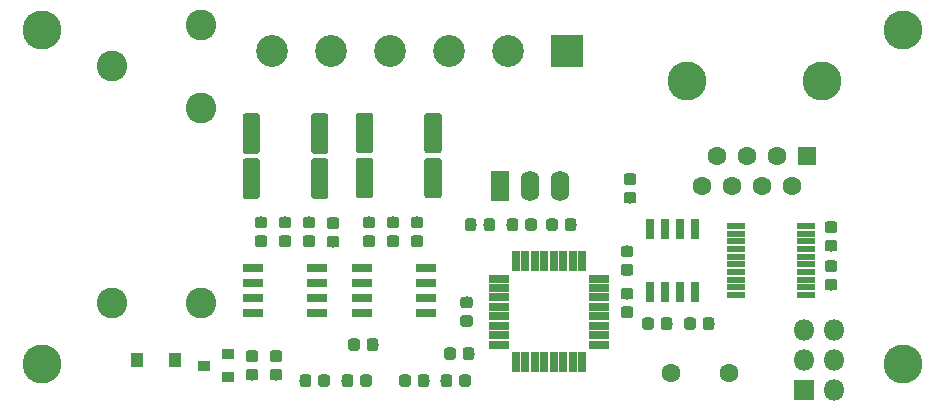
<source format=gbr>
G04 #@! TF.GenerationSoftware,KiCad,Pcbnew,(5.0.0)*
G04 #@! TF.CreationDate,2018-10-13T15:52:45-04:00*
G04 #@! TF.ProjectId,GLVColoumbCounterTest,474C56436F6C6F756D62436F756E7465,rev?*
G04 #@! TF.SameCoordinates,Original*
G04 #@! TF.FileFunction,Soldermask,Top*
G04 #@! TF.FilePolarity,Negative*
%FSLAX46Y46*%
G04 Gerber Fmt 4.6, Leading zero omitted, Abs format (unit mm)*
G04 Created by KiCad (PCBNEW (5.0.0)) date 10/13/18 15:52:45*
%MOMM*%
%LPD*%
G01*
G04 APERTURE LIST*
%ADD10C,3.301600*%
%ADD11C,2.601600*%
%ADD12R,1.701600X0.651600*%
%ADD13R,0.651600X1.701600*%
%ADD14R,1.601600X1.601600*%
%ADD15C,1.601600*%
%ADD16C,0.100000*%
%ADD17C,0.976600*%
%ADD18R,2.701600X2.701600*%
%ADD19C,2.701600*%
%ADD20R,1.001600X0.901600*%
%ADD21R,1.601600X2.601600*%
%ADD22O,1.601600X2.601600*%
%ADD23R,1.651600X0.701600*%
%ADD24R,0.701600X1.651600*%
%ADD25R,1.551600X0.551600*%
%ADD26C,1.451600*%
%ADD27R,1.801600X1.801600*%
%ADD28O,1.801600X1.801600*%
%ADD29R,1.001600X1.301600*%
G04 APERTURE END LIST*
D10*
G04 #@! TO.C,REF\002A\002A*
X169418000Y-47752000D03*
G04 #@! TD*
G04 #@! TO.C,REF\002A\002A*
X169418000Y-76073000D03*
G04 #@! TD*
G04 #@! TO.C,REF\002A\002A*
X96520000Y-47752000D03*
G04 #@! TD*
G04 #@! TO.C,REF\002A\002A*
X96520000Y-76073000D03*
G04 #@! TD*
D11*
G04 #@! TO.C,K1*
X109982000Y-54366000D03*
X102482000Y-50866000D03*
X109982000Y-47366000D03*
X102482000Y-70866000D03*
X109982000Y-70866000D03*
G04 #@! TD*
D12*
G04 #@! TO.C,U4*
X143696000Y-74428000D03*
X143696000Y-73628000D03*
X143696000Y-72828000D03*
X143696000Y-72028000D03*
X143696000Y-71228000D03*
X143696000Y-70428000D03*
X143696000Y-69628000D03*
X143696000Y-68828000D03*
D13*
X142246000Y-67378000D03*
X141446000Y-67378000D03*
X140646000Y-67378000D03*
X139846000Y-67378000D03*
X139046000Y-67378000D03*
X138246000Y-67378000D03*
X137446000Y-67378000D03*
X136646000Y-67378000D03*
D12*
X135196000Y-68828000D03*
X135196000Y-69628000D03*
X135196000Y-70428000D03*
X135196000Y-71228000D03*
X135196000Y-72028000D03*
X135196000Y-72828000D03*
X135196000Y-73628000D03*
X135196000Y-74428000D03*
D13*
X136646000Y-75878000D03*
X137446000Y-75878000D03*
X138246000Y-75878000D03*
X139046000Y-75878000D03*
X139846000Y-75878000D03*
X140646000Y-75878000D03*
X141446000Y-75878000D03*
X142246000Y-75878000D03*
G04 #@! TD*
D10*
G04 #@! TO.C,J2*
X151130000Y-52070000D03*
X162560000Y-52070000D03*
D14*
X161290000Y-58420000D03*
D15*
X160020000Y-60960000D03*
X158750000Y-58420000D03*
X157480000Y-60960000D03*
X156210000Y-58420000D03*
X154940000Y-60960000D03*
X153670000Y-58420000D03*
X152400000Y-60960000D03*
G04 #@! TD*
D16*
G04 #@! TO.C,C1*
G36*
X139968081Y-63737376D02*
X139991781Y-63740891D01*
X140015023Y-63746713D01*
X140037582Y-63754785D01*
X140059242Y-63765029D01*
X140079792Y-63777347D01*
X140099037Y-63791619D01*
X140116790Y-63807710D01*
X140132881Y-63825463D01*
X140147153Y-63844708D01*
X140159471Y-63865258D01*
X140169715Y-63886918D01*
X140177787Y-63909477D01*
X140183609Y-63932719D01*
X140187124Y-63956419D01*
X140188300Y-63980350D01*
X140188300Y-64543650D01*
X140187124Y-64567581D01*
X140183609Y-64591281D01*
X140177787Y-64614523D01*
X140169715Y-64637082D01*
X140159471Y-64658742D01*
X140147153Y-64679292D01*
X140132881Y-64698537D01*
X140116790Y-64716290D01*
X140099037Y-64732381D01*
X140079792Y-64746653D01*
X140059242Y-64758971D01*
X140037582Y-64769215D01*
X140015023Y-64777287D01*
X139991781Y-64783109D01*
X139968081Y-64786624D01*
X139944150Y-64787800D01*
X139455850Y-64787800D01*
X139431919Y-64786624D01*
X139408219Y-64783109D01*
X139384977Y-64777287D01*
X139362418Y-64769215D01*
X139340758Y-64758971D01*
X139320208Y-64746653D01*
X139300963Y-64732381D01*
X139283210Y-64716290D01*
X139267119Y-64698537D01*
X139252847Y-64679292D01*
X139240529Y-64658742D01*
X139230285Y-64637082D01*
X139222213Y-64614523D01*
X139216391Y-64591281D01*
X139212876Y-64567581D01*
X139211700Y-64543650D01*
X139211700Y-63980350D01*
X139212876Y-63956419D01*
X139216391Y-63932719D01*
X139222213Y-63909477D01*
X139230285Y-63886918D01*
X139240529Y-63865258D01*
X139252847Y-63844708D01*
X139267119Y-63825463D01*
X139283210Y-63807710D01*
X139300963Y-63791619D01*
X139320208Y-63777347D01*
X139340758Y-63765029D01*
X139362418Y-63754785D01*
X139384977Y-63746713D01*
X139408219Y-63740891D01*
X139431919Y-63737376D01*
X139455850Y-63736200D01*
X139944150Y-63736200D01*
X139968081Y-63737376D01*
X139968081Y-63737376D01*
G37*
D17*
X139700000Y-64262000D03*
D16*
G36*
X141543081Y-63737376D02*
X141566781Y-63740891D01*
X141590023Y-63746713D01*
X141612582Y-63754785D01*
X141634242Y-63765029D01*
X141654792Y-63777347D01*
X141674037Y-63791619D01*
X141691790Y-63807710D01*
X141707881Y-63825463D01*
X141722153Y-63844708D01*
X141734471Y-63865258D01*
X141744715Y-63886918D01*
X141752787Y-63909477D01*
X141758609Y-63932719D01*
X141762124Y-63956419D01*
X141763300Y-63980350D01*
X141763300Y-64543650D01*
X141762124Y-64567581D01*
X141758609Y-64591281D01*
X141752787Y-64614523D01*
X141744715Y-64637082D01*
X141734471Y-64658742D01*
X141722153Y-64679292D01*
X141707881Y-64698537D01*
X141691790Y-64716290D01*
X141674037Y-64732381D01*
X141654792Y-64746653D01*
X141634242Y-64758971D01*
X141612582Y-64769215D01*
X141590023Y-64777287D01*
X141566781Y-64783109D01*
X141543081Y-64786624D01*
X141519150Y-64787800D01*
X141030850Y-64787800D01*
X141006919Y-64786624D01*
X140983219Y-64783109D01*
X140959977Y-64777287D01*
X140937418Y-64769215D01*
X140915758Y-64758971D01*
X140895208Y-64746653D01*
X140875963Y-64732381D01*
X140858210Y-64716290D01*
X140842119Y-64698537D01*
X140827847Y-64679292D01*
X140815529Y-64658742D01*
X140805285Y-64637082D01*
X140797213Y-64614523D01*
X140791391Y-64591281D01*
X140787876Y-64567581D01*
X140786700Y-64543650D01*
X140786700Y-63980350D01*
X140787876Y-63956419D01*
X140791391Y-63932719D01*
X140797213Y-63909477D01*
X140805285Y-63886918D01*
X140815529Y-63865258D01*
X140827847Y-63844708D01*
X140842119Y-63825463D01*
X140858210Y-63807710D01*
X140875963Y-63791619D01*
X140895208Y-63777347D01*
X140915758Y-63765029D01*
X140937418Y-63754785D01*
X140959977Y-63746713D01*
X140983219Y-63740891D01*
X141006919Y-63737376D01*
X141030850Y-63736200D01*
X141519150Y-63736200D01*
X141543081Y-63737376D01*
X141543081Y-63737376D01*
G37*
D17*
X141275000Y-64262000D03*
G04 #@! TD*
D16*
G04 #@! TO.C,C2*
G36*
X163627581Y-63977876D02*
X163651281Y-63981391D01*
X163674523Y-63987213D01*
X163697082Y-63995285D01*
X163718742Y-64005529D01*
X163739292Y-64017847D01*
X163758537Y-64032119D01*
X163776290Y-64048210D01*
X163792381Y-64065963D01*
X163806653Y-64085208D01*
X163818971Y-64105758D01*
X163829215Y-64127418D01*
X163837287Y-64149977D01*
X163843109Y-64173219D01*
X163846624Y-64196919D01*
X163847800Y-64220850D01*
X163847800Y-64709150D01*
X163846624Y-64733081D01*
X163843109Y-64756781D01*
X163837287Y-64780023D01*
X163829215Y-64802582D01*
X163818971Y-64824242D01*
X163806653Y-64844792D01*
X163792381Y-64864037D01*
X163776290Y-64881790D01*
X163758537Y-64897881D01*
X163739292Y-64912153D01*
X163718742Y-64924471D01*
X163697082Y-64934715D01*
X163674523Y-64942787D01*
X163651281Y-64948609D01*
X163627581Y-64952124D01*
X163603650Y-64953300D01*
X163040350Y-64953300D01*
X163016419Y-64952124D01*
X162992719Y-64948609D01*
X162969477Y-64942787D01*
X162946918Y-64934715D01*
X162925258Y-64924471D01*
X162904708Y-64912153D01*
X162885463Y-64897881D01*
X162867710Y-64881790D01*
X162851619Y-64864037D01*
X162837347Y-64844792D01*
X162825029Y-64824242D01*
X162814785Y-64802582D01*
X162806713Y-64780023D01*
X162800891Y-64756781D01*
X162797376Y-64733081D01*
X162796200Y-64709150D01*
X162796200Y-64220850D01*
X162797376Y-64196919D01*
X162800891Y-64173219D01*
X162806713Y-64149977D01*
X162814785Y-64127418D01*
X162825029Y-64105758D01*
X162837347Y-64085208D01*
X162851619Y-64065963D01*
X162867710Y-64048210D01*
X162885463Y-64032119D01*
X162904708Y-64017847D01*
X162925258Y-64005529D01*
X162946918Y-63995285D01*
X162969477Y-63987213D01*
X162992719Y-63981391D01*
X163016419Y-63977876D01*
X163040350Y-63976700D01*
X163603650Y-63976700D01*
X163627581Y-63977876D01*
X163627581Y-63977876D01*
G37*
D17*
X163322000Y-64465000D03*
D16*
G36*
X163627581Y-65552876D02*
X163651281Y-65556391D01*
X163674523Y-65562213D01*
X163697082Y-65570285D01*
X163718742Y-65580529D01*
X163739292Y-65592847D01*
X163758537Y-65607119D01*
X163776290Y-65623210D01*
X163792381Y-65640963D01*
X163806653Y-65660208D01*
X163818971Y-65680758D01*
X163829215Y-65702418D01*
X163837287Y-65724977D01*
X163843109Y-65748219D01*
X163846624Y-65771919D01*
X163847800Y-65795850D01*
X163847800Y-66284150D01*
X163846624Y-66308081D01*
X163843109Y-66331781D01*
X163837287Y-66355023D01*
X163829215Y-66377582D01*
X163818971Y-66399242D01*
X163806653Y-66419792D01*
X163792381Y-66439037D01*
X163776290Y-66456790D01*
X163758537Y-66472881D01*
X163739292Y-66487153D01*
X163718742Y-66499471D01*
X163697082Y-66509715D01*
X163674523Y-66517787D01*
X163651281Y-66523609D01*
X163627581Y-66527124D01*
X163603650Y-66528300D01*
X163040350Y-66528300D01*
X163016419Y-66527124D01*
X162992719Y-66523609D01*
X162969477Y-66517787D01*
X162946918Y-66509715D01*
X162925258Y-66499471D01*
X162904708Y-66487153D01*
X162885463Y-66472881D01*
X162867710Y-66456790D01*
X162851619Y-66439037D01*
X162837347Y-66419792D01*
X162825029Y-66399242D01*
X162814785Y-66377582D01*
X162806713Y-66355023D01*
X162800891Y-66331781D01*
X162797376Y-66308081D01*
X162796200Y-66284150D01*
X162796200Y-65795850D01*
X162797376Y-65771919D01*
X162800891Y-65748219D01*
X162806713Y-65724977D01*
X162814785Y-65702418D01*
X162825029Y-65680758D01*
X162837347Y-65660208D01*
X162851619Y-65640963D01*
X162867710Y-65623210D01*
X162885463Y-65607119D01*
X162904708Y-65592847D01*
X162925258Y-65580529D01*
X162946918Y-65570285D01*
X162969477Y-65562213D01*
X162992719Y-65556391D01*
X163016419Y-65552876D01*
X163040350Y-65551700D01*
X163603650Y-65551700D01*
X163627581Y-65552876D01*
X163627581Y-65552876D01*
G37*
D17*
X163322000Y-66040000D03*
G04 #@! TD*
D16*
G04 #@! TO.C,C3*
G36*
X136615081Y-63737376D02*
X136638781Y-63740891D01*
X136662023Y-63746713D01*
X136684582Y-63754785D01*
X136706242Y-63765029D01*
X136726792Y-63777347D01*
X136746037Y-63791619D01*
X136763790Y-63807710D01*
X136779881Y-63825463D01*
X136794153Y-63844708D01*
X136806471Y-63865258D01*
X136816715Y-63886918D01*
X136824787Y-63909477D01*
X136830609Y-63932719D01*
X136834124Y-63956419D01*
X136835300Y-63980350D01*
X136835300Y-64543650D01*
X136834124Y-64567581D01*
X136830609Y-64591281D01*
X136824787Y-64614523D01*
X136816715Y-64637082D01*
X136806471Y-64658742D01*
X136794153Y-64679292D01*
X136779881Y-64698537D01*
X136763790Y-64716290D01*
X136746037Y-64732381D01*
X136726792Y-64746653D01*
X136706242Y-64758971D01*
X136684582Y-64769215D01*
X136662023Y-64777287D01*
X136638781Y-64783109D01*
X136615081Y-64786624D01*
X136591150Y-64787800D01*
X136102850Y-64787800D01*
X136078919Y-64786624D01*
X136055219Y-64783109D01*
X136031977Y-64777287D01*
X136009418Y-64769215D01*
X135987758Y-64758971D01*
X135967208Y-64746653D01*
X135947963Y-64732381D01*
X135930210Y-64716290D01*
X135914119Y-64698537D01*
X135899847Y-64679292D01*
X135887529Y-64658742D01*
X135877285Y-64637082D01*
X135869213Y-64614523D01*
X135863391Y-64591281D01*
X135859876Y-64567581D01*
X135858700Y-64543650D01*
X135858700Y-63980350D01*
X135859876Y-63956419D01*
X135863391Y-63932719D01*
X135869213Y-63909477D01*
X135877285Y-63886918D01*
X135887529Y-63865258D01*
X135899847Y-63844708D01*
X135914119Y-63825463D01*
X135930210Y-63807710D01*
X135947963Y-63791619D01*
X135967208Y-63777347D01*
X135987758Y-63765029D01*
X136009418Y-63754785D01*
X136031977Y-63746713D01*
X136055219Y-63740891D01*
X136078919Y-63737376D01*
X136102850Y-63736200D01*
X136591150Y-63736200D01*
X136615081Y-63737376D01*
X136615081Y-63737376D01*
G37*
D17*
X136347000Y-64262000D03*
D16*
G36*
X138190081Y-63737376D02*
X138213781Y-63740891D01*
X138237023Y-63746713D01*
X138259582Y-63754785D01*
X138281242Y-63765029D01*
X138301792Y-63777347D01*
X138321037Y-63791619D01*
X138338790Y-63807710D01*
X138354881Y-63825463D01*
X138369153Y-63844708D01*
X138381471Y-63865258D01*
X138391715Y-63886918D01*
X138399787Y-63909477D01*
X138405609Y-63932719D01*
X138409124Y-63956419D01*
X138410300Y-63980350D01*
X138410300Y-64543650D01*
X138409124Y-64567581D01*
X138405609Y-64591281D01*
X138399787Y-64614523D01*
X138391715Y-64637082D01*
X138381471Y-64658742D01*
X138369153Y-64679292D01*
X138354881Y-64698537D01*
X138338790Y-64716290D01*
X138321037Y-64732381D01*
X138301792Y-64746653D01*
X138281242Y-64758971D01*
X138259582Y-64769215D01*
X138237023Y-64777287D01*
X138213781Y-64783109D01*
X138190081Y-64786624D01*
X138166150Y-64787800D01*
X137677850Y-64787800D01*
X137653919Y-64786624D01*
X137630219Y-64783109D01*
X137606977Y-64777287D01*
X137584418Y-64769215D01*
X137562758Y-64758971D01*
X137542208Y-64746653D01*
X137522963Y-64732381D01*
X137505210Y-64716290D01*
X137489119Y-64698537D01*
X137474847Y-64679292D01*
X137462529Y-64658742D01*
X137452285Y-64637082D01*
X137444213Y-64614523D01*
X137438391Y-64591281D01*
X137434876Y-64567581D01*
X137433700Y-64543650D01*
X137433700Y-63980350D01*
X137434876Y-63956419D01*
X137438391Y-63932719D01*
X137444213Y-63909477D01*
X137452285Y-63886918D01*
X137462529Y-63865258D01*
X137474847Y-63844708D01*
X137489119Y-63825463D01*
X137505210Y-63807710D01*
X137522963Y-63791619D01*
X137542208Y-63777347D01*
X137562758Y-63765029D01*
X137584418Y-63754785D01*
X137606977Y-63746713D01*
X137630219Y-63740891D01*
X137653919Y-63737376D01*
X137677850Y-63736200D01*
X138166150Y-63736200D01*
X138190081Y-63737376D01*
X138190081Y-63737376D01*
G37*
D17*
X137922000Y-64262000D03*
G04 #@! TD*
D16*
G04 #@! TO.C,C4*
G36*
X146355581Y-67610376D02*
X146379281Y-67613891D01*
X146402523Y-67619713D01*
X146425082Y-67627785D01*
X146446742Y-67638029D01*
X146467292Y-67650347D01*
X146486537Y-67664619D01*
X146504290Y-67680710D01*
X146520381Y-67698463D01*
X146534653Y-67717708D01*
X146546971Y-67738258D01*
X146557215Y-67759918D01*
X146565287Y-67782477D01*
X146571109Y-67805719D01*
X146574624Y-67829419D01*
X146575800Y-67853350D01*
X146575800Y-68341650D01*
X146574624Y-68365581D01*
X146571109Y-68389281D01*
X146565287Y-68412523D01*
X146557215Y-68435082D01*
X146546971Y-68456742D01*
X146534653Y-68477292D01*
X146520381Y-68496537D01*
X146504290Y-68514290D01*
X146486537Y-68530381D01*
X146467292Y-68544653D01*
X146446742Y-68556971D01*
X146425082Y-68567215D01*
X146402523Y-68575287D01*
X146379281Y-68581109D01*
X146355581Y-68584624D01*
X146331650Y-68585800D01*
X145768350Y-68585800D01*
X145744419Y-68584624D01*
X145720719Y-68581109D01*
X145697477Y-68575287D01*
X145674918Y-68567215D01*
X145653258Y-68556971D01*
X145632708Y-68544653D01*
X145613463Y-68530381D01*
X145595710Y-68514290D01*
X145579619Y-68496537D01*
X145565347Y-68477292D01*
X145553029Y-68456742D01*
X145542785Y-68435082D01*
X145534713Y-68412523D01*
X145528891Y-68389281D01*
X145525376Y-68365581D01*
X145524200Y-68341650D01*
X145524200Y-67853350D01*
X145525376Y-67829419D01*
X145528891Y-67805719D01*
X145534713Y-67782477D01*
X145542785Y-67759918D01*
X145553029Y-67738258D01*
X145565347Y-67717708D01*
X145579619Y-67698463D01*
X145595710Y-67680710D01*
X145613463Y-67664619D01*
X145632708Y-67650347D01*
X145653258Y-67638029D01*
X145674918Y-67627785D01*
X145697477Y-67619713D01*
X145720719Y-67613891D01*
X145744419Y-67610376D01*
X145768350Y-67609200D01*
X146331650Y-67609200D01*
X146355581Y-67610376D01*
X146355581Y-67610376D01*
G37*
D17*
X146050000Y-68097500D03*
D16*
G36*
X146355581Y-66035376D02*
X146379281Y-66038891D01*
X146402523Y-66044713D01*
X146425082Y-66052785D01*
X146446742Y-66063029D01*
X146467292Y-66075347D01*
X146486537Y-66089619D01*
X146504290Y-66105710D01*
X146520381Y-66123463D01*
X146534653Y-66142708D01*
X146546971Y-66163258D01*
X146557215Y-66184918D01*
X146565287Y-66207477D01*
X146571109Y-66230719D01*
X146574624Y-66254419D01*
X146575800Y-66278350D01*
X146575800Y-66766650D01*
X146574624Y-66790581D01*
X146571109Y-66814281D01*
X146565287Y-66837523D01*
X146557215Y-66860082D01*
X146546971Y-66881742D01*
X146534653Y-66902292D01*
X146520381Y-66921537D01*
X146504290Y-66939290D01*
X146486537Y-66955381D01*
X146467292Y-66969653D01*
X146446742Y-66981971D01*
X146425082Y-66992215D01*
X146402523Y-67000287D01*
X146379281Y-67006109D01*
X146355581Y-67009624D01*
X146331650Y-67010800D01*
X145768350Y-67010800D01*
X145744419Y-67009624D01*
X145720719Y-67006109D01*
X145697477Y-67000287D01*
X145674918Y-66992215D01*
X145653258Y-66981971D01*
X145632708Y-66969653D01*
X145613463Y-66955381D01*
X145595710Y-66939290D01*
X145579619Y-66921537D01*
X145565347Y-66902292D01*
X145553029Y-66881742D01*
X145542785Y-66860082D01*
X145534713Y-66837523D01*
X145528891Y-66814281D01*
X145525376Y-66790581D01*
X145524200Y-66766650D01*
X145524200Y-66278350D01*
X145525376Y-66254419D01*
X145528891Y-66230719D01*
X145534713Y-66207477D01*
X145542785Y-66184918D01*
X145553029Y-66163258D01*
X145565347Y-66142708D01*
X145579619Y-66123463D01*
X145595710Y-66105710D01*
X145613463Y-66089619D01*
X145632708Y-66075347D01*
X145653258Y-66063029D01*
X145674918Y-66052785D01*
X145697477Y-66044713D01*
X145720719Y-66038891D01*
X145744419Y-66035376D01*
X145768350Y-66034200D01*
X146331650Y-66034200D01*
X146355581Y-66035376D01*
X146355581Y-66035376D01*
G37*
D17*
X146050000Y-66522500D03*
G04 #@! TD*
D16*
G04 #@! TO.C,C5*
G36*
X126543581Y-65171876D02*
X126567281Y-65175391D01*
X126590523Y-65181213D01*
X126613082Y-65189285D01*
X126634742Y-65199529D01*
X126655292Y-65211847D01*
X126674537Y-65226119D01*
X126692290Y-65242210D01*
X126708381Y-65259963D01*
X126722653Y-65279208D01*
X126734971Y-65299758D01*
X126745215Y-65321418D01*
X126753287Y-65343977D01*
X126759109Y-65367219D01*
X126762624Y-65390919D01*
X126763800Y-65414850D01*
X126763800Y-65903150D01*
X126762624Y-65927081D01*
X126759109Y-65950781D01*
X126753287Y-65974023D01*
X126745215Y-65996582D01*
X126734971Y-66018242D01*
X126722653Y-66038792D01*
X126708381Y-66058037D01*
X126692290Y-66075790D01*
X126674537Y-66091881D01*
X126655292Y-66106153D01*
X126634742Y-66118471D01*
X126613082Y-66128715D01*
X126590523Y-66136787D01*
X126567281Y-66142609D01*
X126543581Y-66146124D01*
X126519650Y-66147300D01*
X125956350Y-66147300D01*
X125932419Y-66146124D01*
X125908719Y-66142609D01*
X125885477Y-66136787D01*
X125862918Y-66128715D01*
X125841258Y-66118471D01*
X125820708Y-66106153D01*
X125801463Y-66091881D01*
X125783710Y-66075790D01*
X125767619Y-66058037D01*
X125753347Y-66038792D01*
X125741029Y-66018242D01*
X125730785Y-65996582D01*
X125722713Y-65974023D01*
X125716891Y-65950781D01*
X125713376Y-65927081D01*
X125712200Y-65903150D01*
X125712200Y-65414850D01*
X125713376Y-65390919D01*
X125716891Y-65367219D01*
X125722713Y-65343977D01*
X125730785Y-65321418D01*
X125741029Y-65299758D01*
X125753347Y-65279208D01*
X125767619Y-65259963D01*
X125783710Y-65242210D01*
X125801463Y-65226119D01*
X125820708Y-65211847D01*
X125841258Y-65199529D01*
X125862918Y-65189285D01*
X125885477Y-65181213D01*
X125908719Y-65175391D01*
X125932419Y-65171876D01*
X125956350Y-65170700D01*
X126519650Y-65170700D01*
X126543581Y-65171876D01*
X126543581Y-65171876D01*
G37*
D17*
X126238000Y-65659000D03*
D16*
G36*
X126543581Y-63596876D02*
X126567281Y-63600391D01*
X126590523Y-63606213D01*
X126613082Y-63614285D01*
X126634742Y-63624529D01*
X126655292Y-63636847D01*
X126674537Y-63651119D01*
X126692290Y-63667210D01*
X126708381Y-63684963D01*
X126722653Y-63704208D01*
X126734971Y-63724758D01*
X126745215Y-63746418D01*
X126753287Y-63768977D01*
X126759109Y-63792219D01*
X126762624Y-63815919D01*
X126763800Y-63839850D01*
X126763800Y-64328150D01*
X126762624Y-64352081D01*
X126759109Y-64375781D01*
X126753287Y-64399023D01*
X126745215Y-64421582D01*
X126734971Y-64443242D01*
X126722653Y-64463792D01*
X126708381Y-64483037D01*
X126692290Y-64500790D01*
X126674537Y-64516881D01*
X126655292Y-64531153D01*
X126634742Y-64543471D01*
X126613082Y-64553715D01*
X126590523Y-64561787D01*
X126567281Y-64567609D01*
X126543581Y-64571124D01*
X126519650Y-64572300D01*
X125956350Y-64572300D01*
X125932419Y-64571124D01*
X125908719Y-64567609D01*
X125885477Y-64561787D01*
X125862918Y-64553715D01*
X125841258Y-64543471D01*
X125820708Y-64531153D01*
X125801463Y-64516881D01*
X125783710Y-64500790D01*
X125767619Y-64483037D01*
X125753347Y-64463792D01*
X125741029Y-64443242D01*
X125730785Y-64421582D01*
X125722713Y-64399023D01*
X125716891Y-64375781D01*
X125713376Y-64352081D01*
X125712200Y-64328150D01*
X125712200Y-63839850D01*
X125713376Y-63815919D01*
X125716891Y-63792219D01*
X125722713Y-63768977D01*
X125730785Y-63746418D01*
X125741029Y-63724758D01*
X125753347Y-63704208D01*
X125767619Y-63684963D01*
X125783710Y-63667210D01*
X125801463Y-63651119D01*
X125820708Y-63636847D01*
X125841258Y-63624529D01*
X125862918Y-63614285D01*
X125885477Y-63606213D01*
X125908719Y-63600391D01*
X125932419Y-63596876D01*
X125956350Y-63595700D01*
X126519650Y-63595700D01*
X126543581Y-63596876D01*
X126543581Y-63596876D01*
G37*
D17*
X126238000Y-64084000D03*
G04 #@! TD*
D16*
G04 #@! TO.C,C6*
G36*
X117399581Y-63596876D02*
X117423281Y-63600391D01*
X117446523Y-63606213D01*
X117469082Y-63614285D01*
X117490742Y-63624529D01*
X117511292Y-63636847D01*
X117530537Y-63651119D01*
X117548290Y-63667210D01*
X117564381Y-63684963D01*
X117578653Y-63704208D01*
X117590971Y-63724758D01*
X117601215Y-63746418D01*
X117609287Y-63768977D01*
X117615109Y-63792219D01*
X117618624Y-63815919D01*
X117619800Y-63839850D01*
X117619800Y-64328150D01*
X117618624Y-64352081D01*
X117615109Y-64375781D01*
X117609287Y-64399023D01*
X117601215Y-64421582D01*
X117590971Y-64443242D01*
X117578653Y-64463792D01*
X117564381Y-64483037D01*
X117548290Y-64500790D01*
X117530537Y-64516881D01*
X117511292Y-64531153D01*
X117490742Y-64543471D01*
X117469082Y-64553715D01*
X117446523Y-64561787D01*
X117423281Y-64567609D01*
X117399581Y-64571124D01*
X117375650Y-64572300D01*
X116812350Y-64572300D01*
X116788419Y-64571124D01*
X116764719Y-64567609D01*
X116741477Y-64561787D01*
X116718918Y-64553715D01*
X116697258Y-64543471D01*
X116676708Y-64531153D01*
X116657463Y-64516881D01*
X116639710Y-64500790D01*
X116623619Y-64483037D01*
X116609347Y-64463792D01*
X116597029Y-64443242D01*
X116586785Y-64421582D01*
X116578713Y-64399023D01*
X116572891Y-64375781D01*
X116569376Y-64352081D01*
X116568200Y-64328150D01*
X116568200Y-63839850D01*
X116569376Y-63815919D01*
X116572891Y-63792219D01*
X116578713Y-63768977D01*
X116586785Y-63746418D01*
X116597029Y-63724758D01*
X116609347Y-63704208D01*
X116623619Y-63684963D01*
X116639710Y-63667210D01*
X116657463Y-63651119D01*
X116676708Y-63636847D01*
X116697258Y-63624529D01*
X116718918Y-63614285D01*
X116741477Y-63606213D01*
X116764719Y-63600391D01*
X116788419Y-63596876D01*
X116812350Y-63595700D01*
X117375650Y-63595700D01*
X117399581Y-63596876D01*
X117399581Y-63596876D01*
G37*
D17*
X117094000Y-64084000D03*
D16*
G36*
X117399581Y-65171876D02*
X117423281Y-65175391D01*
X117446523Y-65181213D01*
X117469082Y-65189285D01*
X117490742Y-65199529D01*
X117511292Y-65211847D01*
X117530537Y-65226119D01*
X117548290Y-65242210D01*
X117564381Y-65259963D01*
X117578653Y-65279208D01*
X117590971Y-65299758D01*
X117601215Y-65321418D01*
X117609287Y-65343977D01*
X117615109Y-65367219D01*
X117618624Y-65390919D01*
X117619800Y-65414850D01*
X117619800Y-65903150D01*
X117618624Y-65927081D01*
X117615109Y-65950781D01*
X117609287Y-65974023D01*
X117601215Y-65996582D01*
X117590971Y-66018242D01*
X117578653Y-66038792D01*
X117564381Y-66058037D01*
X117548290Y-66075790D01*
X117530537Y-66091881D01*
X117511292Y-66106153D01*
X117490742Y-66118471D01*
X117469082Y-66128715D01*
X117446523Y-66136787D01*
X117423281Y-66142609D01*
X117399581Y-66146124D01*
X117375650Y-66147300D01*
X116812350Y-66147300D01*
X116788419Y-66146124D01*
X116764719Y-66142609D01*
X116741477Y-66136787D01*
X116718918Y-66128715D01*
X116697258Y-66118471D01*
X116676708Y-66106153D01*
X116657463Y-66091881D01*
X116639710Y-66075790D01*
X116623619Y-66058037D01*
X116609347Y-66038792D01*
X116597029Y-66018242D01*
X116586785Y-65996582D01*
X116578713Y-65974023D01*
X116572891Y-65950781D01*
X116569376Y-65927081D01*
X116568200Y-65903150D01*
X116568200Y-65414850D01*
X116569376Y-65390919D01*
X116572891Y-65367219D01*
X116578713Y-65343977D01*
X116586785Y-65321418D01*
X116597029Y-65299758D01*
X116609347Y-65279208D01*
X116623619Y-65259963D01*
X116639710Y-65242210D01*
X116657463Y-65226119D01*
X116676708Y-65211847D01*
X116697258Y-65199529D01*
X116718918Y-65189285D01*
X116741477Y-65181213D01*
X116764719Y-65175391D01*
X116788419Y-65171876D01*
X116812350Y-65170700D01*
X117375650Y-65170700D01*
X117399581Y-65171876D01*
X117399581Y-65171876D01*
G37*
D17*
X117094000Y-65659000D03*
G04 #@! TD*
D16*
G04 #@! TO.C,C7*
G36*
X146355581Y-69616876D02*
X146379281Y-69620391D01*
X146402523Y-69626213D01*
X146425082Y-69634285D01*
X146446742Y-69644529D01*
X146467292Y-69656847D01*
X146486537Y-69671119D01*
X146504290Y-69687210D01*
X146520381Y-69704963D01*
X146534653Y-69724208D01*
X146546971Y-69744758D01*
X146557215Y-69766418D01*
X146565287Y-69788977D01*
X146571109Y-69812219D01*
X146574624Y-69835919D01*
X146575800Y-69859850D01*
X146575800Y-70348150D01*
X146574624Y-70372081D01*
X146571109Y-70395781D01*
X146565287Y-70419023D01*
X146557215Y-70441582D01*
X146546971Y-70463242D01*
X146534653Y-70483792D01*
X146520381Y-70503037D01*
X146504290Y-70520790D01*
X146486537Y-70536881D01*
X146467292Y-70551153D01*
X146446742Y-70563471D01*
X146425082Y-70573715D01*
X146402523Y-70581787D01*
X146379281Y-70587609D01*
X146355581Y-70591124D01*
X146331650Y-70592300D01*
X145768350Y-70592300D01*
X145744419Y-70591124D01*
X145720719Y-70587609D01*
X145697477Y-70581787D01*
X145674918Y-70573715D01*
X145653258Y-70563471D01*
X145632708Y-70551153D01*
X145613463Y-70536881D01*
X145595710Y-70520790D01*
X145579619Y-70503037D01*
X145565347Y-70483792D01*
X145553029Y-70463242D01*
X145542785Y-70441582D01*
X145534713Y-70419023D01*
X145528891Y-70395781D01*
X145525376Y-70372081D01*
X145524200Y-70348150D01*
X145524200Y-69859850D01*
X145525376Y-69835919D01*
X145528891Y-69812219D01*
X145534713Y-69788977D01*
X145542785Y-69766418D01*
X145553029Y-69744758D01*
X145565347Y-69724208D01*
X145579619Y-69704963D01*
X145595710Y-69687210D01*
X145613463Y-69671119D01*
X145632708Y-69656847D01*
X145653258Y-69644529D01*
X145674918Y-69634285D01*
X145697477Y-69626213D01*
X145720719Y-69620391D01*
X145744419Y-69616876D01*
X145768350Y-69615700D01*
X146331650Y-69615700D01*
X146355581Y-69616876D01*
X146355581Y-69616876D01*
G37*
D17*
X146050000Y-70104000D03*
D16*
G36*
X146355581Y-71191876D02*
X146379281Y-71195391D01*
X146402523Y-71201213D01*
X146425082Y-71209285D01*
X146446742Y-71219529D01*
X146467292Y-71231847D01*
X146486537Y-71246119D01*
X146504290Y-71262210D01*
X146520381Y-71279963D01*
X146534653Y-71299208D01*
X146546971Y-71319758D01*
X146557215Y-71341418D01*
X146565287Y-71363977D01*
X146571109Y-71387219D01*
X146574624Y-71410919D01*
X146575800Y-71434850D01*
X146575800Y-71923150D01*
X146574624Y-71947081D01*
X146571109Y-71970781D01*
X146565287Y-71994023D01*
X146557215Y-72016582D01*
X146546971Y-72038242D01*
X146534653Y-72058792D01*
X146520381Y-72078037D01*
X146504290Y-72095790D01*
X146486537Y-72111881D01*
X146467292Y-72126153D01*
X146446742Y-72138471D01*
X146425082Y-72148715D01*
X146402523Y-72156787D01*
X146379281Y-72162609D01*
X146355581Y-72166124D01*
X146331650Y-72167300D01*
X145768350Y-72167300D01*
X145744419Y-72166124D01*
X145720719Y-72162609D01*
X145697477Y-72156787D01*
X145674918Y-72148715D01*
X145653258Y-72138471D01*
X145632708Y-72126153D01*
X145613463Y-72111881D01*
X145595710Y-72095790D01*
X145579619Y-72078037D01*
X145565347Y-72058792D01*
X145553029Y-72038242D01*
X145542785Y-72016582D01*
X145534713Y-71994023D01*
X145528891Y-71970781D01*
X145525376Y-71947081D01*
X145524200Y-71923150D01*
X145524200Y-71434850D01*
X145525376Y-71410919D01*
X145528891Y-71387219D01*
X145534713Y-71363977D01*
X145542785Y-71341418D01*
X145553029Y-71319758D01*
X145565347Y-71299208D01*
X145579619Y-71279963D01*
X145595710Y-71262210D01*
X145613463Y-71246119D01*
X145632708Y-71231847D01*
X145653258Y-71219529D01*
X145674918Y-71209285D01*
X145697477Y-71201213D01*
X145720719Y-71195391D01*
X145744419Y-71191876D01*
X145768350Y-71190700D01*
X146331650Y-71190700D01*
X146355581Y-71191876D01*
X146355581Y-71191876D01*
G37*
D17*
X146050000Y-71679000D03*
G04 #@! TD*
D16*
G04 #@! TO.C,D1*
G36*
X132602081Y-76945376D02*
X132625781Y-76948891D01*
X132649023Y-76954713D01*
X132671582Y-76962785D01*
X132693242Y-76973029D01*
X132713792Y-76985347D01*
X132733037Y-76999619D01*
X132750790Y-77015710D01*
X132766881Y-77033463D01*
X132781153Y-77052708D01*
X132793471Y-77073258D01*
X132803715Y-77094918D01*
X132811787Y-77117477D01*
X132817609Y-77140719D01*
X132821124Y-77164419D01*
X132822300Y-77188350D01*
X132822300Y-77751650D01*
X132821124Y-77775581D01*
X132817609Y-77799281D01*
X132811787Y-77822523D01*
X132803715Y-77845082D01*
X132793471Y-77866742D01*
X132781153Y-77887292D01*
X132766881Y-77906537D01*
X132750790Y-77924290D01*
X132733037Y-77940381D01*
X132713792Y-77954653D01*
X132693242Y-77966971D01*
X132671582Y-77977215D01*
X132649023Y-77985287D01*
X132625781Y-77991109D01*
X132602081Y-77994624D01*
X132578150Y-77995800D01*
X132089850Y-77995800D01*
X132065919Y-77994624D01*
X132042219Y-77991109D01*
X132018977Y-77985287D01*
X131996418Y-77977215D01*
X131974758Y-77966971D01*
X131954208Y-77954653D01*
X131934963Y-77940381D01*
X131917210Y-77924290D01*
X131901119Y-77906537D01*
X131886847Y-77887292D01*
X131874529Y-77866742D01*
X131864285Y-77845082D01*
X131856213Y-77822523D01*
X131850391Y-77799281D01*
X131846876Y-77775581D01*
X131845700Y-77751650D01*
X131845700Y-77188350D01*
X131846876Y-77164419D01*
X131850391Y-77140719D01*
X131856213Y-77117477D01*
X131864285Y-77094918D01*
X131874529Y-77073258D01*
X131886847Y-77052708D01*
X131901119Y-77033463D01*
X131917210Y-77015710D01*
X131934963Y-76999619D01*
X131954208Y-76985347D01*
X131974758Y-76973029D01*
X131996418Y-76962785D01*
X132018977Y-76954713D01*
X132042219Y-76948891D01*
X132065919Y-76945376D01*
X132089850Y-76944200D01*
X132578150Y-76944200D01*
X132602081Y-76945376D01*
X132602081Y-76945376D01*
G37*
D17*
X132334000Y-77470000D03*
D16*
G36*
X131027081Y-76945376D02*
X131050781Y-76948891D01*
X131074023Y-76954713D01*
X131096582Y-76962785D01*
X131118242Y-76973029D01*
X131138792Y-76985347D01*
X131158037Y-76999619D01*
X131175790Y-77015710D01*
X131191881Y-77033463D01*
X131206153Y-77052708D01*
X131218471Y-77073258D01*
X131228715Y-77094918D01*
X131236787Y-77117477D01*
X131242609Y-77140719D01*
X131246124Y-77164419D01*
X131247300Y-77188350D01*
X131247300Y-77751650D01*
X131246124Y-77775581D01*
X131242609Y-77799281D01*
X131236787Y-77822523D01*
X131228715Y-77845082D01*
X131218471Y-77866742D01*
X131206153Y-77887292D01*
X131191881Y-77906537D01*
X131175790Y-77924290D01*
X131158037Y-77940381D01*
X131138792Y-77954653D01*
X131118242Y-77966971D01*
X131096582Y-77977215D01*
X131074023Y-77985287D01*
X131050781Y-77991109D01*
X131027081Y-77994624D01*
X131003150Y-77995800D01*
X130514850Y-77995800D01*
X130490919Y-77994624D01*
X130467219Y-77991109D01*
X130443977Y-77985287D01*
X130421418Y-77977215D01*
X130399758Y-77966971D01*
X130379208Y-77954653D01*
X130359963Y-77940381D01*
X130342210Y-77924290D01*
X130326119Y-77906537D01*
X130311847Y-77887292D01*
X130299529Y-77866742D01*
X130289285Y-77845082D01*
X130281213Y-77822523D01*
X130275391Y-77799281D01*
X130271876Y-77775581D01*
X130270700Y-77751650D01*
X130270700Y-77188350D01*
X130271876Y-77164419D01*
X130275391Y-77140719D01*
X130281213Y-77117477D01*
X130289285Y-77094918D01*
X130299529Y-77073258D01*
X130311847Y-77052708D01*
X130326119Y-77033463D01*
X130342210Y-77015710D01*
X130359963Y-76999619D01*
X130379208Y-76985347D01*
X130399758Y-76973029D01*
X130421418Y-76962785D01*
X130443977Y-76954713D01*
X130467219Y-76948891D01*
X130490919Y-76945376D01*
X130514850Y-76944200D01*
X131003150Y-76944200D01*
X131027081Y-76945376D01*
X131027081Y-76945376D01*
G37*
D17*
X130759000Y-77470000D03*
G04 #@! TD*
D16*
G04 #@! TO.C,D2*
G36*
X122645081Y-76945376D02*
X122668781Y-76948891D01*
X122692023Y-76954713D01*
X122714582Y-76962785D01*
X122736242Y-76973029D01*
X122756792Y-76985347D01*
X122776037Y-76999619D01*
X122793790Y-77015710D01*
X122809881Y-77033463D01*
X122824153Y-77052708D01*
X122836471Y-77073258D01*
X122846715Y-77094918D01*
X122854787Y-77117477D01*
X122860609Y-77140719D01*
X122864124Y-77164419D01*
X122865300Y-77188350D01*
X122865300Y-77751650D01*
X122864124Y-77775581D01*
X122860609Y-77799281D01*
X122854787Y-77822523D01*
X122846715Y-77845082D01*
X122836471Y-77866742D01*
X122824153Y-77887292D01*
X122809881Y-77906537D01*
X122793790Y-77924290D01*
X122776037Y-77940381D01*
X122756792Y-77954653D01*
X122736242Y-77966971D01*
X122714582Y-77977215D01*
X122692023Y-77985287D01*
X122668781Y-77991109D01*
X122645081Y-77994624D01*
X122621150Y-77995800D01*
X122132850Y-77995800D01*
X122108919Y-77994624D01*
X122085219Y-77991109D01*
X122061977Y-77985287D01*
X122039418Y-77977215D01*
X122017758Y-77966971D01*
X121997208Y-77954653D01*
X121977963Y-77940381D01*
X121960210Y-77924290D01*
X121944119Y-77906537D01*
X121929847Y-77887292D01*
X121917529Y-77866742D01*
X121907285Y-77845082D01*
X121899213Y-77822523D01*
X121893391Y-77799281D01*
X121889876Y-77775581D01*
X121888700Y-77751650D01*
X121888700Y-77188350D01*
X121889876Y-77164419D01*
X121893391Y-77140719D01*
X121899213Y-77117477D01*
X121907285Y-77094918D01*
X121917529Y-77073258D01*
X121929847Y-77052708D01*
X121944119Y-77033463D01*
X121960210Y-77015710D01*
X121977963Y-76999619D01*
X121997208Y-76985347D01*
X122017758Y-76973029D01*
X122039418Y-76962785D01*
X122061977Y-76954713D01*
X122085219Y-76948891D01*
X122108919Y-76945376D01*
X122132850Y-76944200D01*
X122621150Y-76944200D01*
X122645081Y-76945376D01*
X122645081Y-76945376D01*
G37*
D17*
X122377000Y-77470000D03*
D16*
G36*
X124220081Y-76945376D02*
X124243781Y-76948891D01*
X124267023Y-76954713D01*
X124289582Y-76962785D01*
X124311242Y-76973029D01*
X124331792Y-76985347D01*
X124351037Y-76999619D01*
X124368790Y-77015710D01*
X124384881Y-77033463D01*
X124399153Y-77052708D01*
X124411471Y-77073258D01*
X124421715Y-77094918D01*
X124429787Y-77117477D01*
X124435609Y-77140719D01*
X124439124Y-77164419D01*
X124440300Y-77188350D01*
X124440300Y-77751650D01*
X124439124Y-77775581D01*
X124435609Y-77799281D01*
X124429787Y-77822523D01*
X124421715Y-77845082D01*
X124411471Y-77866742D01*
X124399153Y-77887292D01*
X124384881Y-77906537D01*
X124368790Y-77924290D01*
X124351037Y-77940381D01*
X124331792Y-77954653D01*
X124311242Y-77966971D01*
X124289582Y-77977215D01*
X124267023Y-77985287D01*
X124243781Y-77991109D01*
X124220081Y-77994624D01*
X124196150Y-77995800D01*
X123707850Y-77995800D01*
X123683919Y-77994624D01*
X123660219Y-77991109D01*
X123636977Y-77985287D01*
X123614418Y-77977215D01*
X123592758Y-77966971D01*
X123572208Y-77954653D01*
X123552963Y-77940381D01*
X123535210Y-77924290D01*
X123519119Y-77906537D01*
X123504847Y-77887292D01*
X123492529Y-77866742D01*
X123482285Y-77845082D01*
X123474213Y-77822523D01*
X123468391Y-77799281D01*
X123464876Y-77775581D01*
X123463700Y-77751650D01*
X123463700Y-77188350D01*
X123464876Y-77164419D01*
X123468391Y-77140719D01*
X123474213Y-77117477D01*
X123482285Y-77094918D01*
X123492529Y-77073258D01*
X123504847Y-77052708D01*
X123519119Y-77033463D01*
X123535210Y-77015710D01*
X123552963Y-76999619D01*
X123572208Y-76985347D01*
X123592758Y-76973029D01*
X123614418Y-76962785D01*
X123636977Y-76954713D01*
X123660219Y-76948891D01*
X123683919Y-76945376D01*
X123707850Y-76944200D01*
X124196150Y-76944200D01*
X124220081Y-76945376D01*
X124220081Y-76945376D01*
G37*
D17*
X123952000Y-77470000D03*
G04 #@! TD*
D18*
G04 #@! TO.C,J1*
X140970000Y-49530000D03*
D19*
X135970000Y-49530000D03*
X130970000Y-49530000D03*
X125970000Y-49530000D03*
X120970000Y-49530000D03*
X115970000Y-49530000D03*
G04 #@! TD*
D20*
G04 #@! TO.C,Q1*
X112236000Y-77150000D03*
X112236000Y-75250000D03*
X110236000Y-76200000D03*
G04 #@! TD*
D16*
G04 #@! TO.C,R2*
G36*
X116637581Y-76474876D02*
X116661281Y-76478391D01*
X116684523Y-76484213D01*
X116707082Y-76492285D01*
X116728742Y-76502529D01*
X116749292Y-76514847D01*
X116768537Y-76529119D01*
X116786290Y-76545210D01*
X116802381Y-76562963D01*
X116816653Y-76582208D01*
X116828971Y-76602758D01*
X116839215Y-76624418D01*
X116847287Y-76646977D01*
X116853109Y-76670219D01*
X116856624Y-76693919D01*
X116857800Y-76717850D01*
X116857800Y-77206150D01*
X116856624Y-77230081D01*
X116853109Y-77253781D01*
X116847287Y-77277023D01*
X116839215Y-77299582D01*
X116828971Y-77321242D01*
X116816653Y-77341792D01*
X116802381Y-77361037D01*
X116786290Y-77378790D01*
X116768537Y-77394881D01*
X116749292Y-77409153D01*
X116728742Y-77421471D01*
X116707082Y-77431715D01*
X116684523Y-77439787D01*
X116661281Y-77445609D01*
X116637581Y-77449124D01*
X116613650Y-77450300D01*
X116050350Y-77450300D01*
X116026419Y-77449124D01*
X116002719Y-77445609D01*
X115979477Y-77439787D01*
X115956918Y-77431715D01*
X115935258Y-77421471D01*
X115914708Y-77409153D01*
X115895463Y-77394881D01*
X115877710Y-77378790D01*
X115861619Y-77361037D01*
X115847347Y-77341792D01*
X115835029Y-77321242D01*
X115824785Y-77299582D01*
X115816713Y-77277023D01*
X115810891Y-77253781D01*
X115807376Y-77230081D01*
X115806200Y-77206150D01*
X115806200Y-76717850D01*
X115807376Y-76693919D01*
X115810891Y-76670219D01*
X115816713Y-76646977D01*
X115824785Y-76624418D01*
X115835029Y-76602758D01*
X115847347Y-76582208D01*
X115861619Y-76562963D01*
X115877710Y-76545210D01*
X115895463Y-76529119D01*
X115914708Y-76514847D01*
X115935258Y-76502529D01*
X115956918Y-76492285D01*
X115979477Y-76484213D01*
X116002719Y-76478391D01*
X116026419Y-76474876D01*
X116050350Y-76473700D01*
X116613650Y-76473700D01*
X116637581Y-76474876D01*
X116637581Y-76474876D01*
G37*
D17*
X116332000Y-76962000D03*
D16*
G36*
X116637581Y-74899876D02*
X116661281Y-74903391D01*
X116684523Y-74909213D01*
X116707082Y-74917285D01*
X116728742Y-74927529D01*
X116749292Y-74939847D01*
X116768537Y-74954119D01*
X116786290Y-74970210D01*
X116802381Y-74987963D01*
X116816653Y-75007208D01*
X116828971Y-75027758D01*
X116839215Y-75049418D01*
X116847287Y-75071977D01*
X116853109Y-75095219D01*
X116856624Y-75118919D01*
X116857800Y-75142850D01*
X116857800Y-75631150D01*
X116856624Y-75655081D01*
X116853109Y-75678781D01*
X116847287Y-75702023D01*
X116839215Y-75724582D01*
X116828971Y-75746242D01*
X116816653Y-75766792D01*
X116802381Y-75786037D01*
X116786290Y-75803790D01*
X116768537Y-75819881D01*
X116749292Y-75834153D01*
X116728742Y-75846471D01*
X116707082Y-75856715D01*
X116684523Y-75864787D01*
X116661281Y-75870609D01*
X116637581Y-75874124D01*
X116613650Y-75875300D01*
X116050350Y-75875300D01*
X116026419Y-75874124D01*
X116002719Y-75870609D01*
X115979477Y-75864787D01*
X115956918Y-75856715D01*
X115935258Y-75846471D01*
X115914708Y-75834153D01*
X115895463Y-75819881D01*
X115877710Y-75803790D01*
X115861619Y-75786037D01*
X115847347Y-75766792D01*
X115835029Y-75746242D01*
X115824785Y-75724582D01*
X115816713Y-75702023D01*
X115810891Y-75678781D01*
X115807376Y-75655081D01*
X115806200Y-75631150D01*
X115806200Y-75142850D01*
X115807376Y-75118919D01*
X115810891Y-75095219D01*
X115816713Y-75071977D01*
X115824785Y-75049418D01*
X115835029Y-75027758D01*
X115847347Y-75007208D01*
X115861619Y-74987963D01*
X115877710Y-74970210D01*
X115895463Y-74954119D01*
X115914708Y-74939847D01*
X115935258Y-74927529D01*
X115956918Y-74917285D01*
X115979477Y-74909213D01*
X116002719Y-74903391D01*
X116026419Y-74899876D01*
X116050350Y-74898700D01*
X116613650Y-74898700D01*
X116637581Y-74899876D01*
X116637581Y-74899876D01*
G37*
D17*
X116332000Y-75387000D03*
G04 #@! TD*
D16*
G04 #@! TO.C,R3*
G36*
X129097081Y-76945376D02*
X129120781Y-76948891D01*
X129144023Y-76954713D01*
X129166582Y-76962785D01*
X129188242Y-76973029D01*
X129208792Y-76985347D01*
X129228037Y-76999619D01*
X129245790Y-77015710D01*
X129261881Y-77033463D01*
X129276153Y-77052708D01*
X129288471Y-77073258D01*
X129298715Y-77094918D01*
X129306787Y-77117477D01*
X129312609Y-77140719D01*
X129316124Y-77164419D01*
X129317300Y-77188350D01*
X129317300Y-77751650D01*
X129316124Y-77775581D01*
X129312609Y-77799281D01*
X129306787Y-77822523D01*
X129298715Y-77845082D01*
X129288471Y-77866742D01*
X129276153Y-77887292D01*
X129261881Y-77906537D01*
X129245790Y-77924290D01*
X129228037Y-77940381D01*
X129208792Y-77954653D01*
X129188242Y-77966971D01*
X129166582Y-77977215D01*
X129144023Y-77985287D01*
X129120781Y-77991109D01*
X129097081Y-77994624D01*
X129073150Y-77995800D01*
X128584850Y-77995800D01*
X128560919Y-77994624D01*
X128537219Y-77991109D01*
X128513977Y-77985287D01*
X128491418Y-77977215D01*
X128469758Y-77966971D01*
X128449208Y-77954653D01*
X128429963Y-77940381D01*
X128412210Y-77924290D01*
X128396119Y-77906537D01*
X128381847Y-77887292D01*
X128369529Y-77866742D01*
X128359285Y-77845082D01*
X128351213Y-77822523D01*
X128345391Y-77799281D01*
X128341876Y-77775581D01*
X128340700Y-77751650D01*
X128340700Y-77188350D01*
X128341876Y-77164419D01*
X128345391Y-77140719D01*
X128351213Y-77117477D01*
X128359285Y-77094918D01*
X128369529Y-77073258D01*
X128381847Y-77052708D01*
X128396119Y-77033463D01*
X128412210Y-77015710D01*
X128429963Y-76999619D01*
X128449208Y-76985347D01*
X128469758Y-76973029D01*
X128491418Y-76962785D01*
X128513977Y-76954713D01*
X128537219Y-76948891D01*
X128560919Y-76945376D01*
X128584850Y-76944200D01*
X129073150Y-76944200D01*
X129097081Y-76945376D01*
X129097081Y-76945376D01*
G37*
D17*
X128829000Y-77470000D03*
D16*
G36*
X127522081Y-76945376D02*
X127545781Y-76948891D01*
X127569023Y-76954713D01*
X127591582Y-76962785D01*
X127613242Y-76973029D01*
X127633792Y-76985347D01*
X127653037Y-76999619D01*
X127670790Y-77015710D01*
X127686881Y-77033463D01*
X127701153Y-77052708D01*
X127713471Y-77073258D01*
X127723715Y-77094918D01*
X127731787Y-77117477D01*
X127737609Y-77140719D01*
X127741124Y-77164419D01*
X127742300Y-77188350D01*
X127742300Y-77751650D01*
X127741124Y-77775581D01*
X127737609Y-77799281D01*
X127731787Y-77822523D01*
X127723715Y-77845082D01*
X127713471Y-77866742D01*
X127701153Y-77887292D01*
X127686881Y-77906537D01*
X127670790Y-77924290D01*
X127653037Y-77940381D01*
X127633792Y-77954653D01*
X127613242Y-77966971D01*
X127591582Y-77977215D01*
X127569023Y-77985287D01*
X127545781Y-77991109D01*
X127522081Y-77994624D01*
X127498150Y-77995800D01*
X127009850Y-77995800D01*
X126985919Y-77994624D01*
X126962219Y-77991109D01*
X126938977Y-77985287D01*
X126916418Y-77977215D01*
X126894758Y-77966971D01*
X126874208Y-77954653D01*
X126854963Y-77940381D01*
X126837210Y-77924290D01*
X126821119Y-77906537D01*
X126806847Y-77887292D01*
X126794529Y-77866742D01*
X126784285Y-77845082D01*
X126776213Y-77822523D01*
X126770391Y-77799281D01*
X126766876Y-77775581D01*
X126765700Y-77751650D01*
X126765700Y-77188350D01*
X126766876Y-77164419D01*
X126770391Y-77140719D01*
X126776213Y-77117477D01*
X126784285Y-77094918D01*
X126794529Y-77073258D01*
X126806847Y-77052708D01*
X126821119Y-77033463D01*
X126837210Y-77015710D01*
X126854963Y-76999619D01*
X126874208Y-76985347D01*
X126894758Y-76973029D01*
X126916418Y-76962785D01*
X126938977Y-76954713D01*
X126962219Y-76948891D01*
X126985919Y-76945376D01*
X127009850Y-76944200D01*
X127498150Y-76944200D01*
X127522081Y-76945376D01*
X127522081Y-76945376D01*
G37*
D17*
X127254000Y-77470000D03*
G04 #@! TD*
D16*
G04 #@! TO.C,R4*
G36*
X119089081Y-76945376D02*
X119112781Y-76948891D01*
X119136023Y-76954713D01*
X119158582Y-76962785D01*
X119180242Y-76973029D01*
X119200792Y-76985347D01*
X119220037Y-76999619D01*
X119237790Y-77015710D01*
X119253881Y-77033463D01*
X119268153Y-77052708D01*
X119280471Y-77073258D01*
X119290715Y-77094918D01*
X119298787Y-77117477D01*
X119304609Y-77140719D01*
X119308124Y-77164419D01*
X119309300Y-77188350D01*
X119309300Y-77751650D01*
X119308124Y-77775581D01*
X119304609Y-77799281D01*
X119298787Y-77822523D01*
X119290715Y-77845082D01*
X119280471Y-77866742D01*
X119268153Y-77887292D01*
X119253881Y-77906537D01*
X119237790Y-77924290D01*
X119220037Y-77940381D01*
X119200792Y-77954653D01*
X119180242Y-77966971D01*
X119158582Y-77977215D01*
X119136023Y-77985287D01*
X119112781Y-77991109D01*
X119089081Y-77994624D01*
X119065150Y-77995800D01*
X118576850Y-77995800D01*
X118552919Y-77994624D01*
X118529219Y-77991109D01*
X118505977Y-77985287D01*
X118483418Y-77977215D01*
X118461758Y-77966971D01*
X118441208Y-77954653D01*
X118421963Y-77940381D01*
X118404210Y-77924290D01*
X118388119Y-77906537D01*
X118373847Y-77887292D01*
X118361529Y-77866742D01*
X118351285Y-77845082D01*
X118343213Y-77822523D01*
X118337391Y-77799281D01*
X118333876Y-77775581D01*
X118332700Y-77751650D01*
X118332700Y-77188350D01*
X118333876Y-77164419D01*
X118337391Y-77140719D01*
X118343213Y-77117477D01*
X118351285Y-77094918D01*
X118361529Y-77073258D01*
X118373847Y-77052708D01*
X118388119Y-77033463D01*
X118404210Y-77015710D01*
X118421963Y-76999619D01*
X118441208Y-76985347D01*
X118461758Y-76973029D01*
X118483418Y-76962785D01*
X118505977Y-76954713D01*
X118529219Y-76948891D01*
X118552919Y-76945376D01*
X118576850Y-76944200D01*
X119065150Y-76944200D01*
X119089081Y-76945376D01*
X119089081Y-76945376D01*
G37*
D17*
X118821000Y-77470000D03*
D16*
G36*
X120664081Y-76945376D02*
X120687781Y-76948891D01*
X120711023Y-76954713D01*
X120733582Y-76962785D01*
X120755242Y-76973029D01*
X120775792Y-76985347D01*
X120795037Y-76999619D01*
X120812790Y-77015710D01*
X120828881Y-77033463D01*
X120843153Y-77052708D01*
X120855471Y-77073258D01*
X120865715Y-77094918D01*
X120873787Y-77117477D01*
X120879609Y-77140719D01*
X120883124Y-77164419D01*
X120884300Y-77188350D01*
X120884300Y-77751650D01*
X120883124Y-77775581D01*
X120879609Y-77799281D01*
X120873787Y-77822523D01*
X120865715Y-77845082D01*
X120855471Y-77866742D01*
X120843153Y-77887292D01*
X120828881Y-77906537D01*
X120812790Y-77924290D01*
X120795037Y-77940381D01*
X120775792Y-77954653D01*
X120755242Y-77966971D01*
X120733582Y-77977215D01*
X120711023Y-77985287D01*
X120687781Y-77991109D01*
X120664081Y-77994624D01*
X120640150Y-77995800D01*
X120151850Y-77995800D01*
X120127919Y-77994624D01*
X120104219Y-77991109D01*
X120080977Y-77985287D01*
X120058418Y-77977215D01*
X120036758Y-77966971D01*
X120016208Y-77954653D01*
X119996963Y-77940381D01*
X119979210Y-77924290D01*
X119963119Y-77906537D01*
X119948847Y-77887292D01*
X119936529Y-77866742D01*
X119926285Y-77845082D01*
X119918213Y-77822523D01*
X119912391Y-77799281D01*
X119908876Y-77775581D01*
X119907700Y-77751650D01*
X119907700Y-77188350D01*
X119908876Y-77164419D01*
X119912391Y-77140719D01*
X119918213Y-77117477D01*
X119926285Y-77094918D01*
X119936529Y-77073258D01*
X119948847Y-77052708D01*
X119963119Y-77033463D01*
X119979210Y-77015710D01*
X119996963Y-76999619D01*
X120016208Y-76985347D01*
X120036758Y-76973029D01*
X120058418Y-76962785D01*
X120080977Y-76954713D01*
X120104219Y-76948891D01*
X120127919Y-76945376D01*
X120151850Y-76944200D01*
X120640150Y-76944200D01*
X120664081Y-76945376D01*
X120664081Y-76945376D01*
G37*
D17*
X120396000Y-77470000D03*
G04 #@! TD*
D16*
G04 #@! TO.C,R5*
G36*
X114605581Y-76474876D02*
X114629281Y-76478391D01*
X114652523Y-76484213D01*
X114675082Y-76492285D01*
X114696742Y-76502529D01*
X114717292Y-76514847D01*
X114736537Y-76529119D01*
X114754290Y-76545210D01*
X114770381Y-76562963D01*
X114784653Y-76582208D01*
X114796971Y-76602758D01*
X114807215Y-76624418D01*
X114815287Y-76646977D01*
X114821109Y-76670219D01*
X114824624Y-76693919D01*
X114825800Y-76717850D01*
X114825800Y-77206150D01*
X114824624Y-77230081D01*
X114821109Y-77253781D01*
X114815287Y-77277023D01*
X114807215Y-77299582D01*
X114796971Y-77321242D01*
X114784653Y-77341792D01*
X114770381Y-77361037D01*
X114754290Y-77378790D01*
X114736537Y-77394881D01*
X114717292Y-77409153D01*
X114696742Y-77421471D01*
X114675082Y-77431715D01*
X114652523Y-77439787D01*
X114629281Y-77445609D01*
X114605581Y-77449124D01*
X114581650Y-77450300D01*
X114018350Y-77450300D01*
X113994419Y-77449124D01*
X113970719Y-77445609D01*
X113947477Y-77439787D01*
X113924918Y-77431715D01*
X113903258Y-77421471D01*
X113882708Y-77409153D01*
X113863463Y-77394881D01*
X113845710Y-77378790D01*
X113829619Y-77361037D01*
X113815347Y-77341792D01*
X113803029Y-77321242D01*
X113792785Y-77299582D01*
X113784713Y-77277023D01*
X113778891Y-77253781D01*
X113775376Y-77230081D01*
X113774200Y-77206150D01*
X113774200Y-76717850D01*
X113775376Y-76693919D01*
X113778891Y-76670219D01*
X113784713Y-76646977D01*
X113792785Y-76624418D01*
X113803029Y-76602758D01*
X113815347Y-76582208D01*
X113829619Y-76562963D01*
X113845710Y-76545210D01*
X113863463Y-76529119D01*
X113882708Y-76514847D01*
X113903258Y-76502529D01*
X113924918Y-76492285D01*
X113947477Y-76484213D01*
X113970719Y-76478391D01*
X113994419Y-76474876D01*
X114018350Y-76473700D01*
X114581650Y-76473700D01*
X114605581Y-76474876D01*
X114605581Y-76474876D01*
G37*
D17*
X114300000Y-76962000D03*
D16*
G36*
X114605581Y-74899876D02*
X114629281Y-74903391D01*
X114652523Y-74909213D01*
X114675082Y-74917285D01*
X114696742Y-74927529D01*
X114717292Y-74939847D01*
X114736537Y-74954119D01*
X114754290Y-74970210D01*
X114770381Y-74987963D01*
X114784653Y-75007208D01*
X114796971Y-75027758D01*
X114807215Y-75049418D01*
X114815287Y-75071977D01*
X114821109Y-75095219D01*
X114824624Y-75118919D01*
X114825800Y-75142850D01*
X114825800Y-75631150D01*
X114824624Y-75655081D01*
X114821109Y-75678781D01*
X114815287Y-75702023D01*
X114807215Y-75724582D01*
X114796971Y-75746242D01*
X114784653Y-75766792D01*
X114770381Y-75786037D01*
X114754290Y-75803790D01*
X114736537Y-75819881D01*
X114717292Y-75834153D01*
X114696742Y-75846471D01*
X114675082Y-75856715D01*
X114652523Y-75864787D01*
X114629281Y-75870609D01*
X114605581Y-75874124D01*
X114581650Y-75875300D01*
X114018350Y-75875300D01*
X113994419Y-75874124D01*
X113970719Y-75870609D01*
X113947477Y-75864787D01*
X113924918Y-75856715D01*
X113903258Y-75846471D01*
X113882708Y-75834153D01*
X113863463Y-75819881D01*
X113845710Y-75803790D01*
X113829619Y-75786037D01*
X113815347Y-75766792D01*
X113803029Y-75746242D01*
X113792785Y-75724582D01*
X113784713Y-75702023D01*
X113778891Y-75678781D01*
X113775376Y-75655081D01*
X113774200Y-75631150D01*
X113774200Y-75142850D01*
X113775376Y-75118919D01*
X113778891Y-75095219D01*
X113784713Y-75071977D01*
X113792785Y-75049418D01*
X113803029Y-75027758D01*
X113815347Y-75007208D01*
X113829619Y-74987963D01*
X113845710Y-74970210D01*
X113863463Y-74954119D01*
X113882708Y-74939847D01*
X113903258Y-74927529D01*
X113924918Y-74917285D01*
X113947477Y-74909213D01*
X113970719Y-74903391D01*
X113994419Y-74899876D01*
X114018350Y-74898700D01*
X114581650Y-74898700D01*
X114605581Y-74899876D01*
X114605581Y-74899876D01*
G37*
D17*
X114300000Y-75387000D03*
G04 #@! TD*
D16*
G04 #@! TO.C,R6*
G36*
X146609581Y-59913876D02*
X146633281Y-59917391D01*
X146656523Y-59923213D01*
X146679082Y-59931285D01*
X146700742Y-59941529D01*
X146721292Y-59953847D01*
X146740537Y-59968119D01*
X146758290Y-59984210D01*
X146774381Y-60001963D01*
X146788653Y-60021208D01*
X146800971Y-60041758D01*
X146811215Y-60063418D01*
X146819287Y-60085977D01*
X146825109Y-60109219D01*
X146828624Y-60132919D01*
X146829800Y-60156850D01*
X146829800Y-60645150D01*
X146828624Y-60669081D01*
X146825109Y-60692781D01*
X146819287Y-60716023D01*
X146811215Y-60738582D01*
X146800971Y-60760242D01*
X146788653Y-60780792D01*
X146774381Y-60800037D01*
X146758290Y-60817790D01*
X146740537Y-60833881D01*
X146721292Y-60848153D01*
X146700742Y-60860471D01*
X146679082Y-60870715D01*
X146656523Y-60878787D01*
X146633281Y-60884609D01*
X146609581Y-60888124D01*
X146585650Y-60889300D01*
X146022350Y-60889300D01*
X145998419Y-60888124D01*
X145974719Y-60884609D01*
X145951477Y-60878787D01*
X145928918Y-60870715D01*
X145907258Y-60860471D01*
X145886708Y-60848153D01*
X145867463Y-60833881D01*
X145849710Y-60817790D01*
X145833619Y-60800037D01*
X145819347Y-60780792D01*
X145807029Y-60760242D01*
X145796785Y-60738582D01*
X145788713Y-60716023D01*
X145782891Y-60692781D01*
X145779376Y-60669081D01*
X145778200Y-60645150D01*
X145778200Y-60156850D01*
X145779376Y-60132919D01*
X145782891Y-60109219D01*
X145788713Y-60085977D01*
X145796785Y-60063418D01*
X145807029Y-60041758D01*
X145819347Y-60021208D01*
X145833619Y-60001963D01*
X145849710Y-59984210D01*
X145867463Y-59968119D01*
X145886708Y-59953847D01*
X145907258Y-59941529D01*
X145928918Y-59931285D01*
X145951477Y-59923213D01*
X145974719Y-59917391D01*
X145998419Y-59913876D01*
X146022350Y-59912700D01*
X146585650Y-59912700D01*
X146609581Y-59913876D01*
X146609581Y-59913876D01*
G37*
D17*
X146304000Y-60401000D03*
D16*
G36*
X146609581Y-61488876D02*
X146633281Y-61492391D01*
X146656523Y-61498213D01*
X146679082Y-61506285D01*
X146700742Y-61516529D01*
X146721292Y-61528847D01*
X146740537Y-61543119D01*
X146758290Y-61559210D01*
X146774381Y-61576963D01*
X146788653Y-61596208D01*
X146800971Y-61616758D01*
X146811215Y-61638418D01*
X146819287Y-61660977D01*
X146825109Y-61684219D01*
X146828624Y-61707919D01*
X146829800Y-61731850D01*
X146829800Y-62220150D01*
X146828624Y-62244081D01*
X146825109Y-62267781D01*
X146819287Y-62291023D01*
X146811215Y-62313582D01*
X146800971Y-62335242D01*
X146788653Y-62355792D01*
X146774381Y-62375037D01*
X146758290Y-62392790D01*
X146740537Y-62408881D01*
X146721292Y-62423153D01*
X146700742Y-62435471D01*
X146679082Y-62445715D01*
X146656523Y-62453787D01*
X146633281Y-62459609D01*
X146609581Y-62463124D01*
X146585650Y-62464300D01*
X146022350Y-62464300D01*
X145998419Y-62463124D01*
X145974719Y-62459609D01*
X145951477Y-62453787D01*
X145928918Y-62445715D01*
X145907258Y-62435471D01*
X145886708Y-62423153D01*
X145867463Y-62408881D01*
X145849710Y-62392790D01*
X145833619Y-62375037D01*
X145819347Y-62355792D01*
X145807029Y-62335242D01*
X145796785Y-62313582D01*
X145788713Y-62291023D01*
X145782891Y-62267781D01*
X145779376Y-62244081D01*
X145778200Y-62220150D01*
X145778200Y-61731850D01*
X145779376Y-61707919D01*
X145782891Y-61684219D01*
X145788713Y-61660977D01*
X145796785Y-61638418D01*
X145807029Y-61616758D01*
X145819347Y-61596208D01*
X145833619Y-61576963D01*
X145849710Y-61559210D01*
X145867463Y-61543119D01*
X145886708Y-61528847D01*
X145907258Y-61516529D01*
X145928918Y-61506285D01*
X145951477Y-61498213D01*
X145974719Y-61492391D01*
X145998419Y-61488876D01*
X146022350Y-61487700D01*
X146585650Y-61487700D01*
X146609581Y-61488876D01*
X146609581Y-61488876D01*
G37*
D17*
X146304000Y-61976000D03*
G04 #@! TD*
D16*
G04 #@! TO.C,R7*
G36*
X163627581Y-67279876D02*
X163651281Y-67283391D01*
X163674523Y-67289213D01*
X163697082Y-67297285D01*
X163718742Y-67307529D01*
X163739292Y-67319847D01*
X163758537Y-67334119D01*
X163776290Y-67350210D01*
X163792381Y-67367963D01*
X163806653Y-67387208D01*
X163818971Y-67407758D01*
X163829215Y-67429418D01*
X163837287Y-67451977D01*
X163843109Y-67475219D01*
X163846624Y-67498919D01*
X163847800Y-67522850D01*
X163847800Y-68011150D01*
X163846624Y-68035081D01*
X163843109Y-68058781D01*
X163837287Y-68082023D01*
X163829215Y-68104582D01*
X163818971Y-68126242D01*
X163806653Y-68146792D01*
X163792381Y-68166037D01*
X163776290Y-68183790D01*
X163758537Y-68199881D01*
X163739292Y-68214153D01*
X163718742Y-68226471D01*
X163697082Y-68236715D01*
X163674523Y-68244787D01*
X163651281Y-68250609D01*
X163627581Y-68254124D01*
X163603650Y-68255300D01*
X163040350Y-68255300D01*
X163016419Y-68254124D01*
X162992719Y-68250609D01*
X162969477Y-68244787D01*
X162946918Y-68236715D01*
X162925258Y-68226471D01*
X162904708Y-68214153D01*
X162885463Y-68199881D01*
X162867710Y-68183790D01*
X162851619Y-68166037D01*
X162837347Y-68146792D01*
X162825029Y-68126242D01*
X162814785Y-68104582D01*
X162806713Y-68082023D01*
X162800891Y-68058781D01*
X162797376Y-68035081D01*
X162796200Y-68011150D01*
X162796200Y-67522850D01*
X162797376Y-67498919D01*
X162800891Y-67475219D01*
X162806713Y-67451977D01*
X162814785Y-67429418D01*
X162825029Y-67407758D01*
X162837347Y-67387208D01*
X162851619Y-67367963D01*
X162867710Y-67350210D01*
X162885463Y-67334119D01*
X162904708Y-67319847D01*
X162925258Y-67307529D01*
X162946918Y-67297285D01*
X162969477Y-67289213D01*
X162992719Y-67283391D01*
X163016419Y-67279876D01*
X163040350Y-67278700D01*
X163603650Y-67278700D01*
X163627581Y-67279876D01*
X163627581Y-67279876D01*
G37*
D17*
X163322000Y-67767000D03*
D16*
G36*
X163627581Y-68854876D02*
X163651281Y-68858391D01*
X163674523Y-68864213D01*
X163697082Y-68872285D01*
X163718742Y-68882529D01*
X163739292Y-68894847D01*
X163758537Y-68909119D01*
X163776290Y-68925210D01*
X163792381Y-68942963D01*
X163806653Y-68962208D01*
X163818971Y-68982758D01*
X163829215Y-69004418D01*
X163837287Y-69026977D01*
X163843109Y-69050219D01*
X163846624Y-69073919D01*
X163847800Y-69097850D01*
X163847800Y-69586150D01*
X163846624Y-69610081D01*
X163843109Y-69633781D01*
X163837287Y-69657023D01*
X163829215Y-69679582D01*
X163818971Y-69701242D01*
X163806653Y-69721792D01*
X163792381Y-69741037D01*
X163776290Y-69758790D01*
X163758537Y-69774881D01*
X163739292Y-69789153D01*
X163718742Y-69801471D01*
X163697082Y-69811715D01*
X163674523Y-69819787D01*
X163651281Y-69825609D01*
X163627581Y-69829124D01*
X163603650Y-69830300D01*
X163040350Y-69830300D01*
X163016419Y-69829124D01*
X162992719Y-69825609D01*
X162969477Y-69819787D01*
X162946918Y-69811715D01*
X162925258Y-69801471D01*
X162904708Y-69789153D01*
X162885463Y-69774881D01*
X162867710Y-69758790D01*
X162851619Y-69741037D01*
X162837347Y-69721792D01*
X162825029Y-69701242D01*
X162814785Y-69679582D01*
X162806713Y-69657023D01*
X162800891Y-69633781D01*
X162797376Y-69610081D01*
X162796200Y-69586150D01*
X162796200Y-69097850D01*
X162797376Y-69073919D01*
X162800891Y-69050219D01*
X162806713Y-69026977D01*
X162814785Y-69004418D01*
X162825029Y-68982758D01*
X162837347Y-68962208D01*
X162851619Y-68942963D01*
X162867710Y-68925210D01*
X162885463Y-68909119D01*
X162904708Y-68894847D01*
X162925258Y-68882529D01*
X162946918Y-68872285D01*
X162969477Y-68864213D01*
X162992719Y-68858391D01*
X163016419Y-68854876D01*
X163040350Y-68853700D01*
X163603650Y-68853700D01*
X163627581Y-68854876D01*
X163627581Y-68854876D01*
G37*
D17*
X163322000Y-69342000D03*
G04 #@! TD*
D16*
G04 #@! TO.C,R9*
G36*
X128575581Y-63596876D02*
X128599281Y-63600391D01*
X128622523Y-63606213D01*
X128645082Y-63614285D01*
X128666742Y-63624529D01*
X128687292Y-63636847D01*
X128706537Y-63651119D01*
X128724290Y-63667210D01*
X128740381Y-63684963D01*
X128754653Y-63704208D01*
X128766971Y-63724758D01*
X128777215Y-63746418D01*
X128785287Y-63768977D01*
X128791109Y-63792219D01*
X128794624Y-63815919D01*
X128795800Y-63839850D01*
X128795800Y-64328150D01*
X128794624Y-64352081D01*
X128791109Y-64375781D01*
X128785287Y-64399023D01*
X128777215Y-64421582D01*
X128766971Y-64443242D01*
X128754653Y-64463792D01*
X128740381Y-64483037D01*
X128724290Y-64500790D01*
X128706537Y-64516881D01*
X128687292Y-64531153D01*
X128666742Y-64543471D01*
X128645082Y-64553715D01*
X128622523Y-64561787D01*
X128599281Y-64567609D01*
X128575581Y-64571124D01*
X128551650Y-64572300D01*
X127988350Y-64572300D01*
X127964419Y-64571124D01*
X127940719Y-64567609D01*
X127917477Y-64561787D01*
X127894918Y-64553715D01*
X127873258Y-64543471D01*
X127852708Y-64531153D01*
X127833463Y-64516881D01*
X127815710Y-64500790D01*
X127799619Y-64483037D01*
X127785347Y-64463792D01*
X127773029Y-64443242D01*
X127762785Y-64421582D01*
X127754713Y-64399023D01*
X127748891Y-64375781D01*
X127745376Y-64352081D01*
X127744200Y-64328150D01*
X127744200Y-63839850D01*
X127745376Y-63815919D01*
X127748891Y-63792219D01*
X127754713Y-63768977D01*
X127762785Y-63746418D01*
X127773029Y-63724758D01*
X127785347Y-63704208D01*
X127799619Y-63684963D01*
X127815710Y-63667210D01*
X127833463Y-63651119D01*
X127852708Y-63636847D01*
X127873258Y-63624529D01*
X127894918Y-63614285D01*
X127917477Y-63606213D01*
X127940719Y-63600391D01*
X127964419Y-63596876D01*
X127988350Y-63595700D01*
X128551650Y-63595700D01*
X128575581Y-63596876D01*
X128575581Y-63596876D01*
G37*
D17*
X128270000Y-64084000D03*
D16*
G36*
X128575581Y-65171876D02*
X128599281Y-65175391D01*
X128622523Y-65181213D01*
X128645082Y-65189285D01*
X128666742Y-65199529D01*
X128687292Y-65211847D01*
X128706537Y-65226119D01*
X128724290Y-65242210D01*
X128740381Y-65259963D01*
X128754653Y-65279208D01*
X128766971Y-65299758D01*
X128777215Y-65321418D01*
X128785287Y-65343977D01*
X128791109Y-65367219D01*
X128794624Y-65390919D01*
X128795800Y-65414850D01*
X128795800Y-65903150D01*
X128794624Y-65927081D01*
X128791109Y-65950781D01*
X128785287Y-65974023D01*
X128777215Y-65996582D01*
X128766971Y-66018242D01*
X128754653Y-66038792D01*
X128740381Y-66058037D01*
X128724290Y-66075790D01*
X128706537Y-66091881D01*
X128687292Y-66106153D01*
X128666742Y-66118471D01*
X128645082Y-66128715D01*
X128622523Y-66136787D01*
X128599281Y-66142609D01*
X128575581Y-66146124D01*
X128551650Y-66147300D01*
X127988350Y-66147300D01*
X127964419Y-66146124D01*
X127940719Y-66142609D01*
X127917477Y-66136787D01*
X127894918Y-66128715D01*
X127873258Y-66118471D01*
X127852708Y-66106153D01*
X127833463Y-66091881D01*
X127815710Y-66075790D01*
X127799619Y-66058037D01*
X127785347Y-66038792D01*
X127773029Y-66018242D01*
X127762785Y-65996582D01*
X127754713Y-65974023D01*
X127748891Y-65950781D01*
X127745376Y-65927081D01*
X127744200Y-65903150D01*
X127744200Y-65414850D01*
X127745376Y-65390919D01*
X127748891Y-65367219D01*
X127754713Y-65343977D01*
X127762785Y-65321418D01*
X127773029Y-65299758D01*
X127785347Y-65279208D01*
X127799619Y-65259963D01*
X127815710Y-65242210D01*
X127833463Y-65226119D01*
X127852708Y-65211847D01*
X127873258Y-65199529D01*
X127894918Y-65189285D01*
X127917477Y-65181213D01*
X127940719Y-65175391D01*
X127964419Y-65171876D01*
X127988350Y-65170700D01*
X128551650Y-65170700D01*
X128575581Y-65171876D01*
X128575581Y-65171876D01*
G37*
D17*
X128270000Y-65659000D03*
G04 #@! TD*
D16*
G04 #@! TO.C,R10*
G36*
X124511581Y-65171876D02*
X124535281Y-65175391D01*
X124558523Y-65181213D01*
X124581082Y-65189285D01*
X124602742Y-65199529D01*
X124623292Y-65211847D01*
X124642537Y-65226119D01*
X124660290Y-65242210D01*
X124676381Y-65259963D01*
X124690653Y-65279208D01*
X124702971Y-65299758D01*
X124713215Y-65321418D01*
X124721287Y-65343977D01*
X124727109Y-65367219D01*
X124730624Y-65390919D01*
X124731800Y-65414850D01*
X124731800Y-65903150D01*
X124730624Y-65927081D01*
X124727109Y-65950781D01*
X124721287Y-65974023D01*
X124713215Y-65996582D01*
X124702971Y-66018242D01*
X124690653Y-66038792D01*
X124676381Y-66058037D01*
X124660290Y-66075790D01*
X124642537Y-66091881D01*
X124623292Y-66106153D01*
X124602742Y-66118471D01*
X124581082Y-66128715D01*
X124558523Y-66136787D01*
X124535281Y-66142609D01*
X124511581Y-66146124D01*
X124487650Y-66147300D01*
X123924350Y-66147300D01*
X123900419Y-66146124D01*
X123876719Y-66142609D01*
X123853477Y-66136787D01*
X123830918Y-66128715D01*
X123809258Y-66118471D01*
X123788708Y-66106153D01*
X123769463Y-66091881D01*
X123751710Y-66075790D01*
X123735619Y-66058037D01*
X123721347Y-66038792D01*
X123709029Y-66018242D01*
X123698785Y-65996582D01*
X123690713Y-65974023D01*
X123684891Y-65950781D01*
X123681376Y-65927081D01*
X123680200Y-65903150D01*
X123680200Y-65414850D01*
X123681376Y-65390919D01*
X123684891Y-65367219D01*
X123690713Y-65343977D01*
X123698785Y-65321418D01*
X123709029Y-65299758D01*
X123721347Y-65279208D01*
X123735619Y-65259963D01*
X123751710Y-65242210D01*
X123769463Y-65226119D01*
X123788708Y-65211847D01*
X123809258Y-65199529D01*
X123830918Y-65189285D01*
X123853477Y-65181213D01*
X123876719Y-65175391D01*
X123900419Y-65171876D01*
X123924350Y-65170700D01*
X124487650Y-65170700D01*
X124511581Y-65171876D01*
X124511581Y-65171876D01*
G37*
D17*
X124206000Y-65659000D03*
D16*
G36*
X124511581Y-63596876D02*
X124535281Y-63600391D01*
X124558523Y-63606213D01*
X124581082Y-63614285D01*
X124602742Y-63624529D01*
X124623292Y-63636847D01*
X124642537Y-63651119D01*
X124660290Y-63667210D01*
X124676381Y-63684963D01*
X124690653Y-63704208D01*
X124702971Y-63724758D01*
X124713215Y-63746418D01*
X124721287Y-63768977D01*
X124727109Y-63792219D01*
X124730624Y-63815919D01*
X124731800Y-63839850D01*
X124731800Y-64328150D01*
X124730624Y-64352081D01*
X124727109Y-64375781D01*
X124721287Y-64399023D01*
X124713215Y-64421582D01*
X124702971Y-64443242D01*
X124690653Y-64463792D01*
X124676381Y-64483037D01*
X124660290Y-64500790D01*
X124642537Y-64516881D01*
X124623292Y-64531153D01*
X124602742Y-64543471D01*
X124581082Y-64553715D01*
X124558523Y-64561787D01*
X124535281Y-64567609D01*
X124511581Y-64571124D01*
X124487650Y-64572300D01*
X123924350Y-64572300D01*
X123900419Y-64571124D01*
X123876719Y-64567609D01*
X123853477Y-64561787D01*
X123830918Y-64553715D01*
X123809258Y-64543471D01*
X123788708Y-64531153D01*
X123769463Y-64516881D01*
X123751710Y-64500790D01*
X123735619Y-64483037D01*
X123721347Y-64463792D01*
X123709029Y-64443242D01*
X123698785Y-64421582D01*
X123690713Y-64399023D01*
X123684891Y-64375781D01*
X123681376Y-64352081D01*
X123680200Y-64328150D01*
X123680200Y-63839850D01*
X123681376Y-63815919D01*
X123684891Y-63792219D01*
X123690713Y-63768977D01*
X123698785Y-63746418D01*
X123709029Y-63724758D01*
X123721347Y-63704208D01*
X123735619Y-63684963D01*
X123751710Y-63667210D01*
X123769463Y-63651119D01*
X123788708Y-63636847D01*
X123809258Y-63624529D01*
X123830918Y-63614285D01*
X123853477Y-63606213D01*
X123876719Y-63600391D01*
X123900419Y-63596876D01*
X123924350Y-63595700D01*
X124487650Y-63595700D01*
X124511581Y-63596876D01*
X124511581Y-63596876D01*
G37*
D17*
X124206000Y-64084000D03*
G04 #@! TD*
D16*
G04 #@! TO.C,R11*
G36*
X119431581Y-65171876D02*
X119455281Y-65175391D01*
X119478523Y-65181213D01*
X119501082Y-65189285D01*
X119522742Y-65199529D01*
X119543292Y-65211847D01*
X119562537Y-65226119D01*
X119580290Y-65242210D01*
X119596381Y-65259963D01*
X119610653Y-65279208D01*
X119622971Y-65299758D01*
X119633215Y-65321418D01*
X119641287Y-65343977D01*
X119647109Y-65367219D01*
X119650624Y-65390919D01*
X119651800Y-65414850D01*
X119651800Y-65903150D01*
X119650624Y-65927081D01*
X119647109Y-65950781D01*
X119641287Y-65974023D01*
X119633215Y-65996582D01*
X119622971Y-66018242D01*
X119610653Y-66038792D01*
X119596381Y-66058037D01*
X119580290Y-66075790D01*
X119562537Y-66091881D01*
X119543292Y-66106153D01*
X119522742Y-66118471D01*
X119501082Y-66128715D01*
X119478523Y-66136787D01*
X119455281Y-66142609D01*
X119431581Y-66146124D01*
X119407650Y-66147300D01*
X118844350Y-66147300D01*
X118820419Y-66146124D01*
X118796719Y-66142609D01*
X118773477Y-66136787D01*
X118750918Y-66128715D01*
X118729258Y-66118471D01*
X118708708Y-66106153D01*
X118689463Y-66091881D01*
X118671710Y-66075790D01*
X118655619Y-66058037D01*
X118641347Y-66038792D01*
X118629029Y-66018242D01*
X118618785Y-65996582D01*
X118610713Y-65974023D01*
X118604891Y-65950781D01*
X118601376Y-65927081D01*
X118600200Y-65903150D01*
X118600200Y-65414850D01*
X118601376Y-65390919D01*
X118604891Y-65367219D01*
X118610713Y-65343977D01*
X118618785Y-65321418D01*
X118629029Y-65299758D01*
X118641347Y-65279208D01*
X118655619Y-65259963D01*
X118671710Y-65242210D01*
X118689463Y-65226119D01*
X118708708Y-65211847D01*
X118729258Y-65199529D01*
X118750918Y-65189285D01*
X118773477Y-65181213D01*
X118796719Y-65175391D01*
X118820419Y-65171876D01*
X118844350Y-65170700D01*
X119407650Y-65170700D01*
X119431581Y-65171876D01*
X119431581Y-65171876D01*
G37*
D17*
X119126000Y-65659000D03*
D16*
G36*
X119431581Y-63596876D02*
X119455281Y-63600391D01*
X119478523Y-63606213D01*
X119501082Y-63614285D01*
X119522742Y-63624529D01*
X119543292Y-63636847D01*
X119562537Y-63651119D01*
X119580290Y-63667210D01*
X119596381Y-63684963D01*
X119610653Y-63704208D01*
X119622971Y-63724758D01*
X119633215Y-63746418D01*
X119641287Y-63768977D01*
X119647109Y-63792219D01*
X119650624Y-63815919D01*
X119651800Y-63839850D01*
X119651800Y-64328150D01*
X119650624Y-64352081D01*
X119647109Y-64375781D01*
X119641287Y-64399023D01*
X119633215Y-64421582D01*
X119622971Y-64443242D01*
X119610653Y-64463792D01*
X119596381Y-64483037D01*
X119580290Y-64500790D01*
X119562537Y-64516881D01*
X119543292Y-64531153D01*
X119522742Y-64543471D01*
X119501082Y-64553715D01*
X119478523Y-64561787D01*
X119455281Y-64567609D01*
X119431581Y-64571124D01*
X119407650Y-64572300D01*
X118844350Y-64572300D01*
X118820419Y-64571124D01*
X118796719Y-64567609D01*
X118773477Y-64561787D01*
X118750918Y-64553715D01*
X118729258Y-64543471D01*
X118708708Y-64531153D01*
X118689463Y-64516881D01*
X118671710Y-64500790D01*
X118655619Y-64483037D01*
X118641347Y-64463792D01*
X118629029Y-64443242D01*
X118618785Y-64421582D01*
X118610713Y-64399023D01*
X118604891Y-64375781D01*
X118601376Y-64352081D01*
X118600200Y-64328150D01*
X118600200Y-63839850D01*
X118601376Y-63815919D01*
X118604891Y-63792219D01*
X118610713Y-63768977D01*
X118618785Y-63746418D01*
X118629029Y-63724758D01*
X118641347Y-63704208D01*
X118655619Y-63684963D01*
X118671710Y-63667210D01*
X118689463Y-63651119D01*
X118708708Y-63636847D01*
X118729258Y-63624529D01*
X118750918Y-63614285D01*
X118773477Y-63606213D01*
X118796719Y-63600391D01*
X118820419Y-63596876D01*
X118844350Y-63595700D01*
X119407650Y-63595700D01*
X119431581Y-63596876D01*
X119431581Y-63596876D01*
G37*
D17*
X119126000Y-64084000D03*
G04 #@! TD*
D16*
G04 #@! TO.C,R12*
G36*
X115367581Y-63596876D02*
X115391281Y-63600391D01*
X115414523Y-63606213D01*
X115437082Y-63614285D01*
X115458742Y-63624529D01*
X115479292Y-63636847D01*
X115498537Y-63651119D01*
X115516290Y-63667210D01*
X115532381Y-63684963D01*
X115546653Y-63704208D01*
X115558971Y-63724758D01*
X115569215Y-63746418D01*
X115577287Y-63768977D01*
X115583109Y-63792219D01*
X115586624Y-63815919D01*
X115587800Y-63839850D01*
X115587800Y-64328150D01*
X115586624Y-64352081D01*
X115583109Y-64375781D01*
X115577287Y-64399023D01*
X115569215Y-64421582D01*
X115558971Y-64443242D01*
X115546653Y-64463792D01*
X115532381Y-64483037D01*
X115516290Y-64500790D01*
X115498537Y-64516881D01*
X115479292Y-64531153D01*
X115458742Y-64543471D01*
X115437082Y-64553715D01*
X115414523Y-64561787D01*
X115391281Y-64567609D01*
X115367581Y-64571124D01*
X115343650Y-64572300D01*
X114780350Y-64572300D01*
X114756419Y-64571124D01*
X114732719Y-64567609D01*
X114709477Y-64561787D01*
X114686918Y-64553715D01*
X114665258Y-64543471D01*
X114644708Y-64531153D01*
X114625463Y-64516881D01*
X114607710Y-64500790D01*
X114591619Y-64483037D01*
X114577347Y-64463792D01*
X114565029Y-64443242D01*
X114554785Y-64421582D01*
X114546713Y-64399023D01*
X114540891Y-64375781D01*
X114537376Y-64352081D01*
X114536200Y-64328150D01*
X114536200Y-63839850D01*
X114537376Y-63815919D01*
X114540891Y-63792219D01*
X114546713Y-63768977D01*
X114554785Y-63746418D01*
X114565029Y-63724758D01*
X114577347Y-63704208D01*
X114591619Y-63684963D01*
X114607710Y-63667210D01*
X114625463Y-63651119D01*
X114644708Y-63636847D01*
X114665258Y-63624529D01*
X114686918Y-63614285D01*
X114709477Y-63606213D01*
X114732719Y-63600391D01*
X114756419Y-63596876D01*
X114780350Y-63595700D01*
X115343650Y-63595700D01*
X115367581Y-63596876D01*
X115367581Y-63596876D01*
G37*
D17*
X115062000Y-64084000D03*
D16*
G36*
X115367581Y-65171876D02*
X115391281Y-65175391D01*
X115414523Y-65181213D01*
X115437082Y-65189285D01*
X115458742Y-65199529D01*
X115479292Y-65211847D01*
X115498537Y-65226119D01*
X115516290Y-65242210D01*
X115532381Y-65259963D01*
X115546653Y-65279208D01*
X115558971Y-65299758D01*
X115569215Y-65321418D01*
X115577287Y-65343977D01*
X115583109Y-65367219D01*
X115586624Y-65390919D01*
X115587800Y-65414850D01*
X115587800Y-65903150D01*
X115586624Y-65927081D01*
X115583109Y-65950781D01*
X115577287Y-65974023D01*
X115569215Y-65996582D01*
X115558971Y-66018242D01*
X115546653Y-66038792D01*
X115532381Y-66058037D01*
X115516290Y-66075790D01*
X115498537Y-66091881D01*
X115479292Y-66106153D01*
X115458742Y-66118471D01*
X115437082Y-66128715D01*
X115414523Y-66136787D01*
X115391281Y-66142609D01*
X115367581Y-66146124D01*
X115343650Y-66147300D01*
X114780350Y-66147300D01*
X114756419Y-66146124D01*
X114732719Y-66142609D01*
X114709477Y-66136787D01*
X114686918Y-66128715D01*
X114665258Y-66118471D01*
X114644708Y-66106153D01*
X114625463Y-66091881D01*
X114607710Y-66075790D01*
X114591619Y-66058037D01*
X114577347Y-66038792D01*
X114565029Y-66018242D01*
X114554785Y-65996582D01*
X114546713Y-65974023D01*
X114540891Y-65950781D01*
X114537376Y-65927081D01*
X114536200Y-65903150D01*
X114536200Y-65414850D01*
X114537376Y-65390919D01*
X114540891Y-65367219D01*
X114546713Y-65343977D01*
X114554785Y-65321418D01*
X114565029Y-65299758D01*
X114577347Y-65279208D01*
X114591619Y-65259963D01*
X114607710Y-65242210D01*
X114625463Y-65226119D01*
X114644708Y-65211847D01*
X114665258Y-65199529D01*
X114686918Y-65189285D01*
X114709477Y-65181213D01*
X114732719Y-65175391D01*
X114756419Y-65171876D01*
X114780350Y-65170700D01*
X115343650Y-65170700D01*
X115367581Y-65171876D01*
X115367581Y-65171876D01*
G37*
D17*
X115062000Y-65659000D03*
G04 #@! TD*
D16*
G04 #@! TO.C,R13*
G36*
X121463581Y-65222876D02*
X121487281Y-65226391D01*
X121510523Y-65232213D01*
X121533082Y-65240285D01*
X121554742Y-65250529D01*
X121575292Y-65262847D01*
X121594537Y-65277119D01*
X121612290Y-65293210D01*
X121628381Y-65310963D01*
X121642653Y-65330208D01*
X121654971Y-65350758D01*
X121665215Y-65372418D01*
X121673287Y-65394977D01*
X121679109Y-65418219D01*
X121682624Y-65441919D01*
X121683800Y-65465850D01*
X121683800Y-65954150D01*
X121682624Y-65978081D01*
X121679109Y-66001781D01*
X121673287Y-66025023D01*
X121665215Y-66047582D01*
X121654971Y-66069242D01*
X121642653Y-66089792D01*
X121628381Y-66109037D01*
X121612290Y-66126790D01*
X121594537Y-66142881D01*
X121575292Y-66157153D01*
X121554742Y-66169471D01*
X121533082Y-66179715D01*
X121510523Y-66187787D01*
X121487281Y-66193609D01*
X121463581Y-66197124D01*
X121439650Y-66198300D01*
X120876350Y-66198300D01*
X120852419Y-66197124D01*
X120828719Y-66193609D01*
X120805477Y-66187787D01*
X120782918Y-66179715D01*
X120761258Y-66169471D01*
X120740708Y-66157153D01*
X120721463Y-66142881D01*
X120703710Y-66126790D01*
X120687619Y-66109037D01*
X120673347Y-66089792D01*
X120661029Y-66069242D01*
X120650785Y-66047582D01*
X120642713Y-66025023D01*
X120636891Y-66001781D01*
X120633376Y-65978081D01*
X120632200Y-65954150D01*
X120632200Y-65465850D01*
X120633376Y-65441919D01*
X120636891Y-65418219D01*
X120642713Y-65394977D01*
X120650785Y-65372418D01*
X120661029Y-65350758D01*
X120673347Y-65330208D01*
X120687619Y-65310963D01*
X120703710Y-65293210D01*
X120721463Y-65277119D01*
X120740708Y-65262847D01*
X120761258Y-65250529D01*
X120782918Y-65240285D01*
X120805477Y-65232213D01*
X120828719Y-65226391D01*
X120852419Y-65222876D01*
X120876350Y-65221700D01*
X121439650Y-65221700D01*
X121463581Y-65222876D01*
X121463581Y-65222876D01*
G37*
D17*
X121158000Y-65710000D03*
D16*
G36*
X121463581Y-63647876D02*
X121487281Y-63651391D01*
X121510523Y-63657213D01*
X121533082Y-63665285D01*
X121554742Y-63675529D01*
X121575292Y-63687847D01*
X121594537Y-63702119D01*
X121612290Y-63718210D01*
X121628381Y-63735963D01*
X121642653Y-63755208D01*
X121654971Y-63775758D01*
X121665215Y-63797418D01*
X121673287Y-63819977D01*
X121679109Y-63843219D01*
X121682624Y-63866919D01*
X121683800Y-63890850D01*
X121683800Y-64379150D01*
X121682624Y-64403081D01*
X121679109Y-64426781D01*
X121673287Y-64450023D01*
X121665215Y-64472582D01*
X121654971Y-64494242D01*
X121642653Y-64514792D01*
X121628381Y-64534037D01*
X121612290Y-64551790D01*
X121594537Y-64567881D01*
X121575292Y-64582153D01*
X121554742Y-64594471D01*
X121533082Y-64604715D01*
X121510523Y-64612787D01*
X121487281Y-64618609D01*
X121463581Y-64622124D01*
X121439650Y-64623300D01*
X120876350Y-64623300D01*
X120852419Y-64622124D01*
X120828719Y-64618609D01*
X120805477Y-64612787D01*
X120782918Y-64604715D01*
X120761258Y-64594471D01*
X120740708Y-64582153D01*
X120721463Y-64567881D01*
X120703710Y-64551790D01*
X120687619Y-64534037D01*
X120673347Y-64514792D01*
X120661029Y-64494242D01*
X120650785Y-64472582D01*
X120642713Y-64450023D01*
X120636891Y-64426781D01*
X120633376Y-64403081D01*
X120632200Y-64379150D01*
X120632200Y-63890850D01*
X120633376Y-63866919D01*
X120636891Y-63843219D01*
X120642713Y-63819977D01*
X120650785Y-63797418D01*
X120661029Y-63775758D01*
X120673347Y-63755208D01*
X120687619Y-63735963D01*
X120703710Y-63718210D01*
X120721463Y-63702119D01*
X120740708Y-63687847D01*
X120761258Y-63675529D01*
X120782918Y-63665285D01*
X120805477Y-63657213D01*
X120828719Y-63651391D01*
X120852419Y-63647876D01*
X120876350Y-63646700D01*
X121439650Y-63646700D01*
X121463581Y-63647876D01*
X121463581Y-63647876D01*
G37*
D17*
X121158000Y-64135000D03*
G04 #@! TD*
D16*
G04 #@! TO.C,R15*
G36*
X123204081Y-73897376D02*
X123227781Y-73900891D01*
X123251023Y-73906713D01*
X123273582Y-73914785D01*
X123295242Y-73925029D01*
X123315792Y-73937347D01*
X123335037Y-73951619D01*
X123352790Y-73967710D01*
X123368881Y-73985463D01*
X123383153Y-74004708D01*
X123395471Y-74025258D01*
X123405715Y-74046918D01*
X123413787Y-74069477D01*
X123419609Y-74092719D01*
X123423124Y-74116419D01*
X123424300Y-74140350D01*
X123424300Y-74703650D01*
X123423124Y-74727581D01*
X123419609Y-74751281D01*
X123413787Y-74774523D01*
X123405715Y-74797082D01*
X123395471Y-74818742D01*
X123383153Y-74839292D01*
X123368881Y-74858537D01*
X123352790Y-74876290D01*
X123335037Y-74892381D01*
X123315792Y-74906653D01*
X123295242Y-74918971D01*
X123273582Y-74929215D01*
X123251023Y-74937287D01*
X123227781Y-74943109D01*
X123204081Y-74946624D01*
X123180150Y-74947800D01*
X122691850Y-74947800D01*
X122667919Y-74946624D01*
X122644219Y-74943109D01*
X122620977Y-74937287D01*
X122598418Y-74929215D01*
X122576758Y-74918971D01*
X122556208Y-74906653D01*
X122536963Y-74892381D01*
X122519210Y-74876290D01*
X122503119Y-74858537D01*
X122488847Y-74839292D01*
X122476529Y-74818742D01*
X122466285Y-74797082D01*
X122458213Y-74774523D01*
X122452391Y-74751281D01*
X122448876Y-74727581D01*
X122447700Y-74703650D01*
X122447700Y-74140350D01*
X122448876Y-74116419D01*
X122452391Y-74092719D01*
X122458213Y-74069477D01*
X122466285Y-74046918D01*
X122476529Y-74025258D01*
X122488847Y-74004708D01*
X122503119Y-73985463D01*
X122519210Y-73967710D01*
X122536963Y-73951619D01*
X122556208Y-73937347D01*
X122576758Y-73925029D01*
X122598418Y-73914785D01*
X122620977Y-73906713D01*
X122644219Y-73900891D01*
X122667919Y-73897376D01*
X122691850Y-73896200D01*
X123180150Y-73896200D01*
X123204081Y-73897376D01*
X123204081Y-73897376D01*
G37*
D17*
X122936000Y-74422000D03*
D16*
G36*
X124779081Y-73897376D02*
X124802781Y-73900891D01*
X124826023Y-73906713D01*
X124848582Y-73914785D01*
X124870242Y-73925029D01*
X124890792Y-73937347D01*
X124910037Y-73951619D01*
X124927790Y-73967710D01*
X124943881Y-73985463D01*
X124958153Y-74004708D01*
X124970471Y-74025258D01*
X124980715Y-74046918D01*
X124988787Y-74069477D01*
X124994609Y-74092719D01*
X124998124Y-74116419D01*
X124999300Y-74140350D01*
X124999300Y-74703650D01*
X124998124Y-74727581D01*
X124994609Y-74751281D01*
X124988787Y-74774523D01*
X124980715Y-74797082D01*
X124970471Y-74818742D01*
X124958153Y-74839292D01*
X124943881Y-74858537D01*
X124927790Y-74876290D01*
X124910037Y-74892381D01*
X124890792Y-74906653D01*
X124870242Y-74918971D01*
X124848582Y-74929215D01*
X124826023Y-74937287D01*
X124802781Y-74943109D01*
X124779081Y-74946624D01*
X124755150Y-74947800D01*
X124266850Y-74947800D01*
X124242919Y-74946624D01*
X124219219Y-74943109D01*
X124195977Y-74937287D01*
X124173418Y-74929215D01*
X124151758Y-74918971D01*
X124131208Y-74906653D01*
X124111963Y-74892381D01*
X124094210Y-74876290D01*
X124078119Y-74858537D01*
X124063847Y-74839292D01*
X124051529Y-74818742D01*
X124041285Y-74797082D01*
X124033213Y-74774523D01*
X124027391Y-74751281D01*
X124023876Y-74727581D01*
X124022700Y-74703650D01*
X124022700Y-74140350D01*
X124023876Y-74116419D01*
X124027391Y-74092719D01*
X124033213Y-74069477D01*
X124041285Y-74046918D01*
X124051529Y-74025258D01*
X124063847Y-74004708D01*
X124078119Y-73985463D01*
X124094210Y-73967710D01*
X124111963Y-73951619D01*
X124131208Y-73937347D01*
X124151758Y-73925029D01*
X124173418Y-73914785D01*
X124195977Y-73906713D01*
X124219219Y-73900891D01*
X124242919Y-73897376D01*
X124266850Y-73896200D01*
X124755150Y-73896200D01*
X124779081Y-73897376D01*
X124779081Y-73897376D01*
G37*
D17*
X124511000Y-74422000D03*
G04 #@! TD*
D16*
G04 #@! TO.C,R17*
G36*
X131332081Y-74659376D02*
X131355781Y-74662891D01*
X131379023Y-74668713D01*
X131401582Y-74676785D01*
X131423242Y-74687029D01*
X131443792Y-74699347D01*
X131463037Y-74713619D01*
X131480790Y-74729710D01*
X131496881Y-74747463D01*
X131511153Y-74766708D01*
X131523471Y-74787258D01*
X131533715Y-74808918D01*
X131541787Y-74831477D01*
X131547609Y-74854719D01*
X131551124Y-74878419D01*
X131552300Y-74902350D01*
X131552300Y-75465650D01*
X131551124Y-75489581D01*
X131547609Y-75513281D01*
X131541787Y-75536523D01*
X131533715Y-75559082D01*
X131523471Y-75580742D01*
X131511153Y-75601292D01*
X131496881Y-75620537D01*
X131480790Y-75638290D01*
X131463037Y-75654381D01*
X131443792Y-75668653D01*
X131423242Y-75680971D01*
X131401582Y-75691215D01*
X131379023Y-75699287D01*
X131355781Y-75705109D01*
X131332081Y-75708624D01*
X131308150Y-75709800D01*
X130819850Y-75709800D01*
X130795919Y-75708624D01*
X130772219Y-75705109D01*
X130748977Y-75699287D01*
X130726418Y-75691215D01*
X130704758Y-75680971D01*
X130684208Y-75668653D01*
X130664963Y-75654381D01*
X130647210Y-75638290D01*
X130631119Y-75620537D01*
X130616847Y-75601292D01*
X130604529Y-75580742D01*
X130594285Y-75559082D01*
X130586213Y-75536523D01*
X130580391Y-75513281D01*
X130576876Y-75489581D01*
X130575700Y-75465650D01*
X130575700Y-74902350D01*
X130576876Y-74878419D01*
X130580391Y-74854719D01*
X130586213Y-74831477D01*
X130594285Y-74808918D01*
X130604529Y-74787258D01*
X130616847Y-74766708D01*
X130631119Y-74747463D01*
X130647210Y-74729710D01*
X130664963Y-74713619D01*
X130684208Y-74699347D01*
X130704758Y-74687029D01*
X130726418Y-74676785D01*
X130748977Y-74668713D01*
X130772219Y-74662891D01*
X130795919Y-74659376D01*
X130819850Y-74658200D01*
X131308150Y-74658200D01*
X131332081Y-74659376D01*
X131332081Y-74659376D01*
G37*
D17*
X131064000Y-75184000D03*
D16*
G36*
X132907081Y-74659376D02*
X132930781Y-74662891D01*
X132954023Y-74668713D01*
X132976582Y-74676785D01*
X132998242Y-74687029D01*
X133018792Y-74699347D01*
X133038037Y-74713619D01*
X133055790Y-74729710D01*
X133071881Y-74747463D01*
X133086153Y-74766708D01*
X133098471Y-74787258D01*
X133108715Y-74808918D01*
X133116787Y-74831477D01*
X133122609Y-74854719D01*
X133126124Y-74878419D01*
X133127300Y-74902350D01*
X133127300Y-75465650D01*
X133126124Y-75489581D01*
X133122609Y-75513281D01*
X133116787Y-75536523D01*
X133108715Y-75559082D01*
X133098471Y-75580742D01*
X133086153Y-75601292D01*
X133071881Y-75620537D01*
X133055790Y-75638290D01*
X133038037Y-75654381D01*
X133018792Y-75668653D01*
X132998242Y-75680971D01*
X132976582Y-75691215D01*
X132954023Y-75699287D01*
X132930781Y-75705109D01*
X132907081Y-75708624D01*
X132883150Y-75709800D01*
X132394850Y-75709800D01*
X132370919Y-75708624D01*
X132347219Y-75705109D01*
X132323977Y-75699287D01*
X132301418Y-75691215D01*
X132279758Y-75680971D01*
X132259208Y-75668653D01*
X132239963Y-75654381D01*
X132222210Y-75638290D01*
X132206119Y-75620537D01*
X132191847Y-75601292D01*
X132179529Y-75580742D01*
X132169285Y-75559082D01*
X132161213Y-75536523D01*
X132155391Y-75513281D01*
X132151876Y-75489581D01*
X132150700Y-75465650D01*
X132150700Y-74902350D01*
X132151876Y-74878419D01*
X132155391Y-74854719D01*
X132161213Y-74831477D01*
X132169285Y-74808918D01*
X132179529Y-74787258D01*
X132191847Y-74766708D01*
X132206119Y-74747463D01*
X132222210Y-74729710D01*
X132239963Y-74713619D01*
X132259208Y-74699347D01*
X132279758Y-74687029D01*
X132301418Y-74676785D01*
X132323977Y-74668713D01*
X132347219Y-74662891D01*
X132370919Y-74659376D01*
X132394850Y-74658200D01*
X132883150Y-74658200D01*
X132907081Y-74659376D01*
X132907081Y-74659376D01*
G37*
D17*
X132639000Y-75184000D03*
G04 #@! TD*
D21*
G04 #@! TO.C,U1*
X135255000Y-60960000D03*
D22*
X137795000Y-60960000D03*
X140335000Y-60960000D03*
G04 #@! TD*
D23*
G04 #@! TO.C,U2*
X123632000Y-71755000D03*
X123632000Y-70485000D03*
X123632000Y-69215000D03*
X123632000Y-67945000D03*
X129032000Y-67945000D03*
X129032000Y-69215000D03*
X129032000Y-70485000D03*
X129032000Y-71755000D03*
G04 #@! TD*
G04 #@! TO.C,U3*
X114394000Y-67945000D03*
X114394000Y-69215000D03*
X114394000Y-70485000D03*
X114394000Y-71755000D03*
X119794000Y-71755000D03*
X119794000Y-70485000D03*
X119794000Y-69215000D03*
X119794000Y-67945000D03*
G04 #@! TD*
D24*
G04 #@! TO.C,U5*
X147955000Y-70010000D03*
X149225000Y-70010000D03*
X150495000Y-70010000D03*
X151765000Y-70010000D03*
X151765000Y-64610000D03*
X150495000Y-64610000D03*
X149225000Y-64610000D03*
X147955000Y-64610000D03*
G04 #@! TD*
D25*
G04 #@! TO.C,U6*
X155292000Y-64385000D03*
X155292000Y-65035000D03*
X155292000Y-65685000D03*
X155292000Y-66335000D03*
X155292000Y-66985000D03*
X155292000Y-67635000D03*
X155292000Y-68285000D03*
X155292000Y-68935000D03*
X155292000Y-69585000D03*
X155292000Y-70235000D03*
X161192000Y-70235000D03*
X161192000Y-69585000D03*
X161192000Y-68935000D03*
X161192000Y-68285000D03*
X161192000Y-67635000D03*
X161192000Y-66985000D03*
X161192000Y-66335000D03*
X161192000Y-65685000D03*
X161192000Y-65035000D03*
X161192000Y-64385000D03*
G04 #@! TD*
D16*
G04 #@! TO.C,C8*
G36*
X134659581Y-63737376D02*
X134683281Y-63740891D01*
X134706523Y-63746713D01*
X134729082Y-63754785D01*
X134750742Y-63765029D01*
X134771292Y-63777347D01*
X134790537Y-63791619D01*
X134808290Y-63807710D01*
X134824381Y-63825463D01*
X134838653Y-63844708D01*
X134850971Y-63865258D01*
X134861215Y-63886918D01*
X134869287Y-63909477D01*
X134875109Y-63932719D01*
X134878624Y-63956419D01*
X134879800Y-63980350D01*
X134879800Y-64543650D01*
X134878624Y-64567581D01*
X134875109Y-64591281D01*
X134869287Y-64614523D01*
X134861215Y-64637082D01*
X134850971Y-64658742D01*
X134838653Y-64679292D01*
X134824381Y-64698537D01*
X134808290Y-64716290D01*
X134790537Y-64732381D01*
X134771292Y-64746653D01*
X134750742Y-64758971D01*
X134729082Y-64769215D01*
X134706523Y-64777287D01*
X134683281Y-64783109D01*
X134659581Y-64786624D01*
X134635650Y-64787800D01*
X134147350Y-64787800D01*
X134123419Y-64786624D01*
X134099719Y-64783109D01*
X134076477Y-64777287D01*
X134053918Y-64769215D01*
X134032258Y-64758971D01*
X134011708Y-64746653D01*
X133992463Y-64732381D01*
X133974710Y-64716290D01*
X133958619Y-64698537D01*
X133944347Y-64679292D01*
X133932029Y-64658742D01*
X133921785Y-64637082D01*
X133913713Y-64614523D01*
X133907891Y-64591281D01*
X133904376Y-64567581D01*
X133903200Y-64543650D01*
X133903200Y-63980350D01*
X133904376Y-63956419D01*
X133907891Y-63932719D01*
X133913713Y-63909477D01*
X133921785Y-63886918D01*
X133932029Y-63865258D01*
X133944347Y-63844708D01*
X133958619Y-63825463D01*
X133974710Y-63807710D01*
X133992463Y-63791619D01*
X134011708Y-63777347D01*
X134032258Y-63765029D01*
X134053918Y-63754785D01*
X134076477Y-63746713D01*
X134099719Y-63740891D01*
X134123419Y-63737376D01*
X134147350Y-63736200D01*
X134635650Y-63736200D01*
X134659581Y-63737376D01*
X134659581Y-63737376D01*
G37*
D17*
X134391500Y-64262000D03*
D16*
G36*
X133084581Y-63737376D02*
X133108281Y-63740891D01*
X133131523Y-63746713D01*
X133154082Y-63754785D01*
X133175742Y-63765029D01*
X133196292Y-63777347D01*
X133215537Y-63791619D01*
X133233290Y-63807710D01*
X133249381Y-63825463D01*
X133263653Y-63844708D01*
X133275971Y-63865258D01*
X133286215Y-63886918D01*
X133294287Y-63909477D01*
X133300109Y-63932719D01*
X133303624Y-63956419D01*
X133304800Y-63980350D01*
X133304800Y-64543650D01*
X133303624Y-64567581D01*
X133300109Y-64591281D01*
X133294287Y-64614523D01*
X133286215Y-64637082D01*
X133275971Y-64658742D01*
X133263653Y-64679292D01*
X133249381Y-64698537D01*
X133233290Y-64716290D01*
X133215537Y-64732381D01*
X133196292Y-64746653D01*
X133175742Y-64758971D01*
X133154082Y-64769215D01*
X133131523Y-64777287D01*
X133108281Y-64783109D01*
X133084581Y-64786624D01*
X133060650Y-64787800D01*
X132572350Y-64787800D01*
X132548419Y-64786624D01*
X132524719Y-64783109D01*
X132501477Y-64777287D01*
X132478918Y-64769215D01*
X132457258Y-64758971D01*
X132436708Y-64746653D01*
X132417463Y-64732381D01*
X132399710Y-64716290D01*
X132383619Y-64698537D01*
X132369347Y-64679292D01*
X132357029Y-64658742D01*
X132346785Y-64637082D01*
X132338713Y-64614523D01*
X132332891Y-64591281D01*
X132329376Y-64567581D01*
X132328200Y-64543650D01*
X132328200Y-63980350D01*
X132329376Y-63956419D01*
X132332891Y-63932719D01*
X132338713Y-63909477D01*
X132346785Y-63886918D01*
X132357029Y-63865258D01*
X132369347Y-63844708D01*
X132383619Y-63825463D01*
X132399710Y-63807710D01*
X132417463Y-63791619D01*
X132436708Y-63777347D01*
X132457258Y-63765029D01*
X132478918Y-63754785D01*
X132501477Y-63746713D01*
X132524719Y-63740891D01*
X132548419Y-63737376D01*
X132572350Y-63736200D01*
X133060650Y-63736200D01*
X133084581Y-63737376D01*
X133084581Y-63737376D01*
G37*
D17*
X132816500Y-64262000D03*
G04 #@! TD*
D16*
G04 #@! TO.C,C9*
G36*
X153227081Y-72119376D02*
X153250781Y-72122891D01*
X153274023Y-72128713D01*
X153296582Y-72136785D01*
X153318242Y-72147029D01*
X153338792Y-72159347D01*
X153358037Y-72173619D01*
X153375790Y-72189710D01*
X153391881Y-72207463D01*
X153406153Y-72226708D01*
X153418471Y-72247258D01*
X153428715Y-72268918D01*
X153436787Y-72291477D01*
X153442609Y-72314719D01*
X153446124Y-72338419D01*
X153447300Y-72362350D01*
X153447300Y-72925650D01*
X153446124Y-72949581D01*
X153442609Y-72973281D01*
X153436787Y-72996523D01*
X153428715Y-73019082D01*
X153418471Y-73040742D01*
X153406153Y-73061292D01*
X153391881Y-73080537D01*
X153375790Y-73098290D01*
X153358037Y-73114381D01*
X153338792Y-73128653D01*
X153318242Y-73140971D01*
X153296582Y-73151215D01*
X153274023Y-73159287D01*
X153250781Y-73165109D01*
X153227081Y-73168624D01*
X153203150Y-73169800D01*
X152714850Y-73169800D01*
X152690919Y-73168624D01*
X152667219Y-73165109D01*
X152643977Y-73159287D01*
X152621418Y-73151215D01*
X152599758Y-73140971D01*
X152579208Y-73128653D01*
X152559963Y-73114381D01*
X152542210Y-73098290D01*
X152526119Y-73080537D01*
X152511847Y-73061292D01*
X152499529Y-73040742D01*
X152489285Y-73019082D01*
X152481213Y-72996523D01*
X152475391Y-72973281D01*
X152471876Y-72949581D01*
X152470700Y-72925650D01*
X152470700Y-72362350D01*
X152471876Y-72338419D01*
X152475391Y-72314719D01*
X152481213Y-72291477D01*
X152489285Y-72268918D01*
X152499529Y-72247258D01*
X152511847Y-72226708D01*
X152526119Y-72207463D01*
X152542210Y-72189710D01*
X152559963Y-72173619D01*
X152579208Y-72159347D01*
X152599758Y-72147029D01*
X152621418Y-72136785D01*
X152643977Y-72128713D01*
X152667219Y-72122891D01*
X152690919Y-72119376D01*
X152714850Y-72118200D01*
X153203150Y-72118200D01*
X153227081Y-72119376D01*
X153227081Y-72119376D01*
G37*
D17*
X152959000Y-72644000D03*
D16*
G36*
X151652081Y-72119376D02*
X151675781Y-72122891D01*
X151699023Y-72128713D01*
X151721582Y-72136785D01*
X151743242Y-72147029D01*
X151763792Y-72159347D01*
X151783037Y-72173619D01*
X151800790Y-72189710D01*
X151816881Y-72207463D01*
X151831153Y-72226708D01*
X151843471Y-72247258D01*
X151853715Y-72268918D01*
X151861787Y-72291477D01*
X151867609Y-72314719D01*
X151871124Y-72338419D01*
X151872300Y-72362350D01*
X151872300Y-72925650D01*
X151871124Y-72949581D01*
X151867609Y-72973281D01*
X151861787Y-72996523D01*
X151853715Y-73019082D01*
X151843471Y-73040742D01*
X151831153Y-73061292D01*
X151816881Y-73080537D01*
X151800790Y-73098290D01*
X151783037Y-73114381D01*
X151763792Y-73128653D01*
X151743242Y-73140971D01*
X151721582Y-73151215D01*
X151699023Y-73159287D01*
X151675781Y-73165109D01*
X151652081Y-73168624D01*
X151628150Y-73169800D01*
X151139850Y-73169800D01*
X151115919Y-73168624D01*
X151092219Y-73165109D01*
X151068977Y-73159287D01*
X151046418Y-73151215D01*
X151024758Y-73140971D01*
X151004208Y-73128653D01*
X150984963Y-73114381D01*
X150967210Y-73098290D01*
X150951119Y-73080537D01*
X150936847Y-73061292D01*
X150924529Y-73040742D01*
X150914285Y-73019082D01*
X150906213Y-72996523D01*
X150900391Y-72973281D01*
X150896876Y-72949581D01*
X150895700Y-72925650D01*
X150895700Y-72362350D01*
X150896876Y-72338419D01*
X150900391Y-72314719D01*
X150906213Y-72291477D01*
X150914285Y-72268918D01*
X150924529Y-72247258D01*
X150936847Y-72226708D01*
X150951119Y-72207463D01*
X150967210Y-72189710D01*
X150984963Y-72173619D01*
X151004208Y-72159347D01*
X151024758Y-72147029D01*
X151046418Y-72136785D01*
X151068977Y-72128713D01*
X151092219Y-72122891D01*
X151115919Y-72119376D01*
X151139850Y-72118200D01*
X151628150Y-72118200D01*
X151652081Y-72119376D01*
X151652081Y-72119376D01*
G37*
D17*
X151384000Y-72644000D03*
G04 #@! TD*
D16*
G04 #@! TO.C,C10*
G36*
X148096081Y-72119376D02*
X148119781Y-72122891D01*
X148143023Y-72128713D01*
X148165582Y-72136785D01*
X148187242Y-72147029D01*
X148207792Y-72159347D01*
X148227037Y-72173619D01*
X148244790Y-72189710D01*
X148260881Y-72207463D01*
X148275153Y-72226708D01*
X148287471Y-72247258D01*
X148297715Y-72268918D01*
X148305787Y-72291477D01*
X148311609Y-72314719D01*
X148315124Y-72338419D01*
X148316300Y-72362350D01*
X148316300Y-72925650D01*
X148315124Y-72949581D01*
X148311609Y-72973281D01*
X148305787Y-72996523D01*
X148297715Y-73019082D01*
X148287471Y-73040742D01*
X148275153Y-73061292D01*
X148260881Y-73080537D01*
X148244790Y-73098290D01*
X148227037Y-73114381D01*
X148207792Y-73128653D01*
X148187242Y-73140971D01*
X148165582Y-73151215D01*
X148143023Y-73159287D01*
X148119781Y-73165109D01*
X148096081Y-73168624D01*
X148072150Y-73169800D01*
X147583850Y-73169800D01*
X147559919Y-73168624D01*
X147536219Y-73165109D01*
X147512977Y-73159287D01*
X147490418Y-73151215D01*
X147468758Y-73140971D01*
X147448208Y-73128653D01*
X147428963Y-73114381D01*
X147411210Y-73098290D01*
X147395119Y-73080537D01*
X147380847Y-73061292D01*
X147368529Y-73040742D01*
X147358285Y-73019082D01*
X147350213Y-72996523D01*
X147344391Y-72973281D01*
X147340876Y-72949581D01*
X147339700Y-72925650D01*
X147339700Y-72362350D01*
X147340876Y-72338419D01*
X147344391Y-72314719D01*
X147350213Y-72291477D01*
X147358285Y-72268918D01*
X147368529Y-72247258D01*
X147380847Y-72226708D01*
X147395119Y-72207463D01*
X147411210Y-72189710D01*
X147428963Y-72173619D01*
X147448208Y-72159347D01*
X147468758Y-72147029D01*
X147490418Y-72136785D01*
X147512977Y-72128713D01*
X147536219Y-72122891D01*
X147559919Y-72119376D01*
X147583850Y-72118200D01*
X148072150Y-72118200D01*
X148096081Y-72119376D01*
X148096081Y-72119376D01*
G37*
D17*
X147828000Y-72644000D03*
D16*
G36*
X149671081Y-72119376D02*
X149694781Y-72122891D01*
X149718023Y-72128713D01*
X149740582Y-72136785D01*
X149762242Y-72147029D01*
X149782792Y-72159347D01*
X149802037Y-72173619D01*
X149819790Y-72189710D01*
X149835881Y-72207463D01*
X149850153Y-72226708D01*
X149862471Y-72247258D01*
X149872715Y-72268918D01*
X149880787Y-72291477D01*
X149886609Y-72314719D01*
X149890124Y-72338419D01*
X149891300Y-72362350D01*
X149891300Y-72925650D01*
X149890124Y-72949581D01*
X149886609Y-72973281D01*
X149880787Y-72996523D01*
X149872715Y-73019082D01*
X149862471Y-73040742D01*
X149850153Y-73061292D01*
X149835881Y-73080537D01*
X149819790Y-73098290D01*
X149802037Y-73114381D01*
X149782792Y-73128653D01*
X149762242Y-73140971D01*
X149740582Y-73151215D01*
X149718023Y-73159287D01*
X149694781Y-73165109D01*
X149671081Y-73168624D01*
X149647150Y-73169800D01*
X149158850Y-73169800D01*
X149134919Y-73168624D01*
X149111219Y-73165109D01*
X149087977Y-73159287D01*
X149065418Y-73151215D01*
X149043758Y-73140971D01*
X149023208Y-73128653D01*
X149003963Y-73114381D01*
X148986210Y-73098290D01*
X148970119Y-73080537D01*
X148955847Y-73061292D01*
X148943529Y-73040742D01*
X148933285Y-73019082D01*
X148925213Y-72996523D01*
X148919391Y-72973281D01*
X148915876Y-72949581D01*
X148914700Y-72925650D01*
X148914700Y-72362350D01*
X148915876Y-72338419D01*
X148919391Y-72314719D01*
X148925213Y-72291477D01*
X148933285Y-72268918D01*
X148943529Y-72247258D01*
X148955847Y-72226708D01*
X148970119Y-72207463D01*
X148986210Y-72189710D01*
X149003963Y-72173619D01*
X149023208Y-72159347D01*
X149043758Y-72147029D01*
X149065418Y-72136785D01*
X149087977Y-72128713D01*
X149111219Y-72122891D01*
X149134919Y-72119376D01*
X149158850Y-72118200D01*
X149647150Y-72118200D01*
X149671081Y-72119376D01*
X149671081Y-72119376D01*
G37*
D17*
X149403000Y-72644000D03*
G04 #@! TD*
D16*
G04 #@! TO.C,C11*
G36*
X132766581Y-70353376D02*
X132790281Y-70356891D01*
X132813523Y-70362713D01*
X132836082Y-70370785D01*
X132857742Y-70381029D01*
X132878292Y-70393347D01*
X132897537Y-70407619D01*
X132915290Y-70423710D01*
X132931381Y-70441463D01*
X132945653Y-70460708D01*
X132957971Y-70481258D01*
X132968215Y-70502918D01*
X132976287Y-70525477D01*
X132982109Y-70548719D01*
X132985624Y-70572419D01*
X132986800Y-70596350D01*
X132986800Y-71084650D01*
X132985624Y-71108581D01*
X132982109Y-71132281D01*
X132976287Y-71155523D01*
X132968215Y-71178082D01*
X132957971Y-71199742D01*
X132945653Y-71220292D01*
X132931381Y-71239537D01*
X132915290Y-71257290D01*
X132897537Y-71273381D01*
X132878292Y-71287653D01*
X132857742Y-71299971D01*
X132836082Y-71310215D01*
X132813523Y-71318287D01*
X132790281Y-71324109D01*
X132766581Y-71327624D01*
X132742650Y-71328800D01*
X132179350Y-71328800D01*
X132155419Y-71327624D01*
X132131719Y-71324109D01*
X132108477Y-71318287D01*
X132085918Y-71310215D01*
X132064258Y-71299971D01*
X132043708Y-71287653D01*
X132024463Y-71273381D01*
X132006710Y-71257290D01*
X131990619Y-71239537D01*
X131976347Y-71220292D01*
X131964029Y-71199742D01*
X131953785Y-71178082D01*
X131945713Y-71155523D01*
X131939891Y-71132281D01*
X131936376Y-71108581D01*
X131935200Y-71084650D01*
X131935200Y-70596350D01*
X131936376Y-70572419D01*
X131939891Y-70548719D01*
X131945713Y-70525477D01*
X131953785Y-70502918D01*
X131964029Y-70481258D01*
X131976347Y-70460708D01*
X131990619Y-70441463D01*
X132006710Y-70423710D01*
X132024463Y-70407619D01*
X132043708Y-70393347D01*
X132064258Y-70381029D01*
X132085918Y-70370785D01*
X132108477Y-70362713D01*
X132131719Y-70356891D01*
X132155419Y-70353376D01*
X132179350Y-70352200D01*
X132742650Y-70352200D01*
X132766581Y-70353376D01*
X132766581Y-70353376D01*
G37*
D17*
X132461000Y-70840500D03*
D16*
G36*
X132766581Y-71928376D02*
X132790281Y-71931891D01*
X132813523Y-71937713D01*
X132836082Y-71945785D01*
X132857742Y-71956029D01*
X132878292Y-71968347D01*
X132897537Y-71982619D01*
X132915290Y-71998710D01*
X132931381Y-72016463D01*
X132945653Y-72035708D01*
X132957971Y-72056258D01*
X132968215Y-72077918D01*
X132976287Y-72100477D01*
X132982109Y-72123719D01*
X132985624Y-72147419D01*
X132986800Y-72171350D01*
X132986800Y-72659650D01*
X132985624Y-72683581D01*
X132982109Y-72707281D01*
X132976287Y-72730523D01*
X132968215Y-72753082D01*
X132957971Y-72774742D01*
X132945653Y-72795292D01*
X132931381Y-72814537D01*
X132915290Y-72832290D01*
X132897537Y-72848381D01*
X132878292Y-72862653D01*
X132857742Y-72874971D01*
X132836082Y-72885215D01*
X132813523Y-72893287D01*
X132790281Y-72899109D01*
X132766581Y-72902624D01*
X132742650Y-72903800D01*
X132179350Y-72903800D01*
X132155419Y-72902624D01*
X132131719Y-72899109D01*
X132108477Y-72893287D01*
X132085918Y-72885215D01*
X132064258Y-72874971D01*
X132043708Y-72862653D01*
X132024463Y-72848381D01*
X132006710Y-72832290D01*
X131990619Y-72814537D01*
X131976347Y-72795292D01*
X131964029Y-72774742D01*
X131953785Y-72753082D01*
X131945713Y-72730523D01*
X131939891Y-72707281D01*
X131936376Y-72683581D01*
X131935200Y-72659650D01*
X131935200Y-72171350D01*
X131936376Y-72147419D01*
X131939891Y-72123719D01*
X131945713Y-72100477D01*
X131953785Y-72077918D01*
X131964029Y-72056258D01*
X131976347Y-72035708D01*
X131990619Y-72016463D01*
X132006710Y-71998710D01*
X132024463Y-71982619D01*
X132043708Y-71968347D01*
X132064258Y-71956029D01*
X132085918Y-71945785D01*
X132108477Y-71937713D01*
X132131719Y-71931891D01*
X132155419Y-71928376D01*
X132179350Y-71927200D01*
X132742650Y-71927200D01*
X132766581Y-71928376D01*
X132766581Y-71928376D01*
G37*
D17*
X132461000Y-72415500D03*
G04 #@! TD*
D16*
G04 #@! TO.C,R1*
G36*
X130108334Y-54790494D02*
X130134429Y-54794365D01*
X130160019Y-54800775D01*
X130184857Y-54809662D01*
X130208704Y-54820941D01*
X130231331Y-54834503D01*
X130252520Y-54850218D01*
X130272066Y-54867934D01*
X130289782Y-54887480D01*
X130305497Y-54908669D01*
X130319059Y-54931296D01*
X130330338Y-54955143D01*
X130339225Y-54979981D01*
X130345635Y-55005571D01*
X130349506Y-55031666D01*
X130350800Y-55058014D01*
X130350800Y-57971986D01*
X130349506Y-57998334D01*
X130345635Y-58024429D01*
X130339225Y-58050019D01*
X130330338Y-58074857D01*
X130319059Y-58098704D01*
X130305497Y-58121331D01*
X130289782Y-58142520D01*
X130272066Y-58162066D01*
X130252520Y-58179782D01*
X130231331Y-58195497D01*
X130208704Y-58209059D01*
X130184857Y-58220338D01*
X130160019Y-58229225D01*
X130134429Y-58235635D01*
X130108334Y-58239506D01*
X130081986Y-58240800D01*
X129168014Y-58240800D01*
X129141666Y-58239506D01*
X129115571Y-58235635D01*
X129089981Y-58229225D01*
X129065143Y-58220338D01*
X129041296Y-58209059D01*
X129018669Y-58195497D01*
X128997480Y-58179782D01*
X128977934Y-58162066D01*
X128960218Y-58142520D01*
X128944503Y-58121331D01*
X128930941Y-58098704D01*
X128919662Y-58074857D01*
X128910775Y-58050019D01*
X128904365Y-58024429D01*
X128900494Y-57998334D01*
X128899200Y-57971986D01*
X128899200Y-55058014D01*
X128900494Y-55031666D01*
X128904365Y-55005571D01*
X128910775Y-54979981D01*
X128919662Y-54955143D01*
X128930941Y-54931296D01*
X128944503Y-54908669D01*
X128960218Y-54887480D01*
X128977934Y-54867934D01*
X128997480Y-54850218D01*
X129018669Y-54834503D01*
X129041296Y-54820941D01*
X129065143Y-54809662D01*
X129089981Y-54800775D01*
X129115571Y-54794365D01*
X129141666Y-54790494D01*
X129168014Y-54789200D01*
X130081986Y-54789200D01*
X130108334Y-54790494D01*
X130108334Y-54790494D01*
G37*
D26*
X129625000Y-56515000D03*
D16*
G36*
X124308334Y-54790494D02*
X124334429Y-54794365D01*
X124360019Y-54800775D01*
X124384857Y-54809662D01*
X124408704Y-54820941D01*
X124431331Y-54834503D01*
X124452520Y-54850218D01*
X124472066Y-54867934D01*
X124489782Y-54887480D01*
X124505497Y-54908669D01*
X124519059Y-54931296D01*
X124530338Y-54955143D01*
X124539225Y-54979981D01*
X124545635Y-55005571D01*
X124549506Y-55031666D01*
X124550800Y-55058014D01*
X124550800Y-57971986D01*
X124549506Y-57998334D01*
X124545635Y-58024429D01*
X124539225Y-58050019D01*
X124530338Y-58074857D01*
X124519059Y-58098704D01*
X124505497Y-58121331D01*
X124489782Y-58142520D01*
X124472066Y-58162066D01*
X124452520Y-58179782D01*
X124431331Y-58195497D01*
X124408704Y-58209059D01*
X124384857Y-58220338D01*
X124360019Y-58229225D01*
X124334429Y-58235635D01*
X124308334Y-58239506D01*
X124281986Y-58240800D01*
X123368014Y-58240800D01*
X123341666Y-58239506D01*
X123315571Y-58235635D01*
X123289981Y-58229225D01*
X123265143Y-58220338D01*
X123241296Y-58209059D01*
X123218669Y-58195497D01*
X123197480Y-58179782D01*
X123177934Y-58162066D01*
X123160218Y-58142520D01*
X123144503Y-58121331D01*
X123130941Y-58098704D01*
X123119662Y-58074857D01*
X123110775Y-58050019D01*
X123104365Y-58024429D01*
X123100494Y-57998334D01*
X123099200Y-57971986D01*
X123099200Y-55058014D01*
X123100494Y-55031666D01*
X123104365Y-55005571D01*
X123110775Y-54979981D01*
X123119662Y-54955143D01*
X123130941Y-54931296D01*
X123144503Y-54908669D01*
X123160218Y-54887480D01*
X123177934Y-54867934D01*
X123197480Y-54850218D01*
X123218669Y-54834503D01*
X123241296Y-54820941D01*
X123265143Y-54809662D01*
X123289981Y-54800775D01*
X123315571Y-54794365D01*
X123341666Y-54790494D01*
X123368014Y-54789200D01*
X124281986Y-54789200D01*
X124308334Y-54790494D01*
X124308334Y-54790494D01*
G37*
D26*
X123825000Y-56515000D03*
G04 #@! TD*
D16*
G04 #@! TO.C,R8*
G36*
X120516084Y-58638058D02*
X120542179Y-58641929D01*
X120567769Y-58648339D01*
X120592607Y-58657226D01*
X120616454Y-58668505D01*
X120639081Y-58682067D01*
X120660270Y-58697782D01*
X120679816Y-58715498D01*
X120697532Y-58735044D01*
X120713247Y-58756233D01*
X120726809Y-58778860D01*
X120738088Y-58802707D01*
X120746975Y-58827545D01*
X120753385Y-58853135D01*
X120757256Y-58879230D01*
X120758550Y-58905578D01*
X120758550Y-61819550D01*
X120757256Y-61845898D01*
X120753385Y-61871993D01*
X120746975Y-61897583D01*
X120738088Y-61922421D01*
X120726809Y-61946268D01*
X120713247Y-61968895D01*
X120697532Y-61990084D01*
X120679816Y-62009630D01*
X120660270Y-62027346D01*
X120639081Y-62043061D01*
X120616454Y-62056623D01*
X120592607Y-62067902D01*
X120567769Y-62076789D01*
X120542179Y-62083199D01*
X120516084Y-62087070D01*
X120489736Y-62088364D01*
X119575764Y-62088364D01*
X119549416Y-62087070D01*
X119523321Y-62083199D01*
X119497731Y-62076789D01*
X119472893Y-62067902D01*
X119449046Y-62056623D01*
X119426419Y-62043061D01*
X119405230Y-62027346D01*
X119385684Y-62009630D01*
X119367968Y-61990084D01*
X119352253Y-61968895D01*
X119338691Y-61946268D01*
X119327412Y-61922421D01*
X119318525Y-61897583D01*
X119312115Y-61871993D01*
X119308244Y-61845898D01*
X119306950Y-61819550D01*
X119306950Y-58905578D01*
X119308244Y-58879230D01*
X119312115Y-58853135D01*
X119318525Y-58827545D01*
X119327412Y-58802707D01*
X119338691Y-58778860D01*
X119352253Y-58756233D01*
X119367968Y-58735044D01*
X119385684Y-58715498D01*
X119405230Y-58697782D01*
X119426419Y-58682067D01*
X119449046Y-58668505D01*
X119472893Y-58657226D01*
X119497731Y-58648339D01*
X119523321Y-58641929D01*
X119549416Y-58638058D01*
X119575764Y-58636764D01*
X120489736Y-58636764D01*
X120516084Y-58638058D01*
X120516084Y-58638058D01*
G37*
D26*
X120032750Y-60362564D03*
D16*
G36*
X114716084Y-58638058D02*
X114742179Y-58641929D01*
X114767769Y-58648339D01*
X114792607Y-58657226D01*
X114816454Y-58668505D01*
X114839081Y-58682067D01*
X114860270Y-58697782D01*
X114879816Y-58715498D01*
X114897532Y-58735044D01*
X114913247Y-58756233D01*
X114926809Y-58778860D01*
X114938088Y-58802707D01*
X114946975Y-58827545D01*
X114953385Y-58853135D01*
X114957256Y-58879230D01*
X114958550Y-58905578D01*
X114958550Y-61819550D01*
X114957256Y-61845898D01*
X114953385Y-61871993D01*
X114946975Y-61897583D01*
X114938088Y-61922421D01*
X114926809Y-61946268D01*
X114913247Y-61968895D01*
X114897532Y-61990084D01*
X114879816Y-62009630D01*
X114860270Y-62027346D01*
X114839081Y-62043061D01*
X114816454Y-62056623D01*
X114792607Y-62067902D01*
X114767769Y-62076789D01*
X114742179Y-62083199D01*
X114716084Y-62087070D01*
X114689736Y-62088364D01*
X113775764Y-62088364D01*
X113749416Y-62087070D01*
X113723321Y-62083199D01*
X113697731Y-62076789D01*
X113672893Y-62067902D01*
X113649046Y-62056623D01*
X113626419Y-62043061D01*
X113605230Y-62027346D01*
X113585684Y-62009630D01*
X113567968Y-61990084D01*
X113552253Y-61968895D01*
X113538691Y-61946268D01*
X113527412Y-61922421D01*
X113518525Y-61897583D01*
X113512115Y-61871993D01*
X113508244Y-61845898D01*
X113506950Y-61819550D01*
X113506950Y-58905578D01*
X113508244Y-58879230D01*
X113512115Y-58853135D01*
X113518525Y-58827545D01*
X113527412Y-58802707D01*
X113538691Y-58778860D01*
X113552253Y-58756233D01*
X113567968Y-58735044D01*
X113585684Y-58715498D01*
X113605230Y-58697782D01*
X113626419Y-58682067D01*
X113649046Y-58668505D01*
X113672893Y-58657226D01*
X113697731Y-58648339D01*
X113723321Y-58641929D01*
X113749416Y-58638058D01*
X113775764Y-58636764D01*
X114689736Y-58636764D01*
X114716084Y-58638058D01*
X114716084Y-58638058D01*
G37*
D26*
X114232750Y-60362564D03*
G04 #@! TD*
D16*
G04 #@! TO.C,R14*
G36*
X124308334Y-58600494D02*
X124334429Y-58604365D01*
X124360019Y-58610775D01*
X124384857Y-58619662D01*
X124408704Y-58630941D01*
X124431331Y-58644503D01*
X124452520Y-58660218D01*
X124472066Y-58677934D01*
X124489782Y-58697480D01*
X124505497Y-58718669D01*
X124519059Y-58741296D01*
X124530338Y-58765143D01*
X124539225Y-58789981D01*
X124545635Y-58815571D01*
X124549506Y-58841666D01*
X124550800Y-58868014D01*
X124550800Y-61781986D01*
X124549506Y-61808334D01*
X124545635Y-61834429D01*
X124539225Y-61860019D01*
X124530338Y-61884857D01*
X124519059Y-61908704D01*
X124505497Y-61931331D01*
X124489782Y-61952520D01*
X124472066Y-61972066D01*
X124452520Y-61989782D01*
X124431331Y-62005497D01*
X124408704Y-62019059D01*
X124384857Y-62030338D01*
X124360019Y-62039225D01*
X124334429Y-62045635D01*
X124308334Y-62049506D01*
X124281986Y-62050800D01*
X123368014Y-62050800D01*
X123341666Y-62049506D01*
X123315571Y-62045635D01*
X123289981Y-62039225D01*
X123265143Y-62030338D01*
X123241296Y-62019059D01*
X123218669Y-62005497D01*
X123197480Y-61989782D01*
X123177934Y-61972066D01*
X123160218Y-61952520D01*
X123144503Y-61931331D01*
X123130941Y-61908704D01*
X123119662Y-61884857D01*
X123110775Y-61860019D01*
X123104365Y-61834429D01*
X123100494Y-61808334D01*
X123099200Y-61781986D01*
X123099200Y-58868014D01*
X123100494Y-58841666D01*
X123104365Y-58815571D01*
X123110775Y-58789981D01*
X123119662Y-58765143D01*
X123130941Y-58741296D01*
X123144503Y-58718669D01*
X123160218Y-58697480D01*
X123177934Y-58677934D01*
X123197480Y-58660218D01*
X123218669Y-58644503D01*
X123241296Y-58630941D01*
X123265143Y-58619662D01*
X123289981Y-58610775D01*
X123315571Y-58604365D01*
X123341666Y-58600494D01*
X123368014Y-58599200D01*
X124281986Y-58599200D01*
X124308334Y-58600494D01*
X124308334Y-58600494D01*
G37*
D26*
X123825000Y-60325000D03*
D16*
G36*
X130108334Y-58600494D02*
X130134429Y-58604365D01*
X130160019Y-58610775D01*
X130184857Y-58619662D01*
X130208704Y-58630941D01*
X130231331Y-58644503D01*
X130252520Y-58660218D01*
X130272066Y-58677934D01*
X130289782Y-58697480D01*
X130305497Y-58718669D01*
X130319059Y-58741296D01*
X130330338Y-58765143D01*
X130339225Y-58789981D01*
X130345635Y-58815571D01*
X130349506Y-58841666D01*
X130350800Y-58868014D01*
X130350800Y-61781986D01*
X130349506Y-61808334D01*
X130345635Y-61834429D01*
X130339225Y-61860019D01*
X130330338Y-61884857D01*
X130319059Y-61908704D01*
X130305497Y-61931331D01*
X130289782Y-61952520D01*
X130272066Y-61972066D01*
X130252520Y-61989782D01*
X130231331Y-62005497D01*
X130208704Y-62019059D01*
X130184857Y-62030338D01*
X130160019Y-62039225D01*
X130134429Y-62045635D01*
X130108334Y-62049506D01*
X130081986Y-62050800D01*
X129168014Y-62050800D01*
X129141666Y-62049506D01*
X129115571Y-62045635D01*
X129089981Y-62039225D01*
X129065143Y-62030338D01*
X129041296Y-62019059D01*
X129018669Y-62005497D01*
X128997480Y-61989782D01*
X128977934Y-61972066D01*
X128960218Y-61952520D01*
X128944503Y-61931331D01*
X128930941Y-61908704D01*
X128919662Y-61884857D01*
X128910775Y-61860019D01*
X128904365Y-61834429D01*
X128900494Y-61808334D01*
X128899200Y-61781986D01*
X128899200Y-58868014D01*
X128900494Y-58841666D01*
X128904365Y-58815571D01*
X128910775Y-58789981D01*
X128919662Y-58765143D01*
X128930941Y-58741296D01*
X128944503Y-58718669D01*
X128960218Y-58697480D01*
X128977934Y-58677934D01*
X128997480Y-58660218D01*
X129018669Y-58644503D01*
X129041296Y-58630941D01*
X129065143Y-58619662D01*
X129089981Y-58610775D01*
X129115571Y-58604365D01*
X129141666Y-58600494D01*
X129168014Y-58599200D01*
X130081986Y-58599200D01*
X130108334Y-58600494D01*
X130108334Y-58600494D01*
G37*
D26*
X129625000Y-60325000D03*
G04 #@! TD*
D16*
G04 #@! TO.C,R16*
G36*
X114716084Y-54828058D02*
X114742179Y-54831929D01*
X114767769Y-54838339D01*
X114792607Y-54847226D01*
X114816454Y-54858505D01*
X114839081Y-54872067D01*
X114860270Y-54887782D01*
X114879816Y-54905498D01*
X114897532Y-54925044D01*
X114913247Y-54946233D01*
X114926809Y-54968860D01*
X114938088Y-54992707D01*
X114946975Y-55017545D01*
X114953385Y-55043135D01*
X114957256Y-55069230D01*
X114958550Y-55095578D01*
X114958550Y-58009550D01*
X114957256Y-58035898D01*
X114953385Y-58061993D01*
X114946975Y-58087583D01*
X114938088Y-58112421D01*
X114926809Y-58136268D01*
X114913247Y-58158895D01*
X114897532Y-58180084D01*
X114879816Y-58199630D01*
X114860270Y-58217346D01*
X114839081Y-58233061D01*
X114816454Y-58246623D01*
X114792607Y-58257902D01*
X114767769Y-58266789D01*
X114742179Y-58273199D01*
X114716084Y-58277070D01*
X114689736Y-58278364D01*
X113775764Y-58278364D01*
X113749416Y-58277070D01*
X113723321Y-58273199D01*
X113697731Y-58266789D01*
X113672893Y-58257902D01*
X113649046Y-58246623D01*
X113626419Y-58233061D01*
X113605230Y-58217346D01*
X113585684Y-58199630D01*
X113567968Y-58180084D01*
X113552253Y-58158895D01*
X113538691Y-58136268D01*
X113527412Y-58112421D01*
X113518525Y-58087583D01*
X113512115Y-58061993D01*
X113508244Y-58035898D01*
X113506950Y-58009550D01*
X113506950Y-55095578D01*
X113508244Y-55069230D01*
X113512115Y-55043135D01*
X113518525Y-55017545D01*
X113527412Y-54992707D01*
X113538691Y-54968860D01*
X113552253Y-54946233D01*
X113567968Y-54925044D01*
X113585684Y-54905498D01*
X113605230Y-54887782D01*
X113626419Y-54872067D01*
X113649046Y-54858505D01*
X113672893Y-54847226D01*
X113697731Y-54838339D01*
X113723321Y-54831929D01*
X113749416Y-54828058D01*
X113775764Y-54826764D01*
X114689736Y-54826764D01*
X114716084Y-54828058D01*
X114716084Y-54828058D01*
G37*
D26*
X114232750Y-56552564D03*
D16*
G36*
X120516084Y-54828058D02*
X120542179Y-54831929D01*
X120567769Y-54838339D01*
X120592607Y-54847226D01*
X120616454Y-54858505D01*
X120639081Y-54872067D01*
X120660270Y-54887782D01*
X120679816Y-54905498D01*
X120697532Y-54925044D01*
X120713247Y-54946233D01*
X120726809Y-54968860D01*
X120738088Y-54992707D01*
X120746975Y-55017545D01*
X120753385Y-55043135D01*
X120757256Y-55069230D01*
X120758550Y-55095578D01*
X120758550Y-58009550D01*
X120757256Y-58035898D01*
X120753385Y-58061993D01*
X120746975Y-58087583D01*
X120738088Y-58112421D01*
X120726809Y-58136268D01*
X120713247Y-58158895D01*
X120697532Y-58180084D01*
X120679816Y-58199630D01*
X120660270Y-58217346D01*
X120639081Y-58233061D01*
X120616454Y-58246623D01*
X120592607Y-58257902D01*
X120567769Y-58266789D01*
X120542179Y-58273199D01*
X120516084Y-58277070D01*
X120489736Y-58278364D01*
X119575764Y-58278364D01*
X119549416Y-58277070D01*
X119523321Y-58273199D01*
X119497731Y-58266789D01*
X119472893Y-58257902D01*
X119449046Y-58246623D01*
X119426419Y-58233061D01*
X119405230Y-58217346D01*
X119385684Y-58199630D01*
X119367968Y-58180084D01*
X119352253Y-58158895D01*
X119338691Y-58136268D01*
X119327412Y-58112421D01*
X119318525Y-58087583D01*
X119312115Y-58061993D01*
X119308244Y-58035898D01*
X119306950Y-58009550D01*
X119306950Y-55095578D01*
X119308244Y-55069230D01*
X119312115Y-55043135D01*
X119318525Y-55017545D01*
X119327412Y-54992707D01*
X119338691Y-54968860D01*
X119352253Y-54946233D01*
X119367968Y-54925044D01*
X119385684Y-54905498D01*
X119405230Y-54887782D01*
X119426419Y-54872067D01*
X119449046Y-54858505D01*
X119472893Y-54847226D01*
X119497731Y-54838339D01*
X119523321Y-54831929D01*
X119549416Y-54828058D01*
X119575764Y-54826764D01*
X120489736Y-54826764D01*
X120516084Y-54828058D01*
X120516084Y-54828058D01*
G37*
D26*
X120032750Y-56552564D03*
G04 #@! TD*
D27*
G04 #@! TO.C,J3*
X161036000Y-78232000D03*
D28*
X163576000Y-78232000D03*
X161036000Y-75692000D03*
X163576000Y-75692000D03*
X161036000Y-73152000D03*
X163576000Y-73152000D03*
G04 #@! TD*
D29*
G04 #@! TO.C,D3*
X104522000Y-75692000D03*
X107822000Y-75692000D03*
G04 #@! TD*
D15*
G04 #@! TO.C,Y1*
X154686000Y-76835000D03*
X149806000Y-76835000D03*
G04 #@! TD*
M02*

</source>
